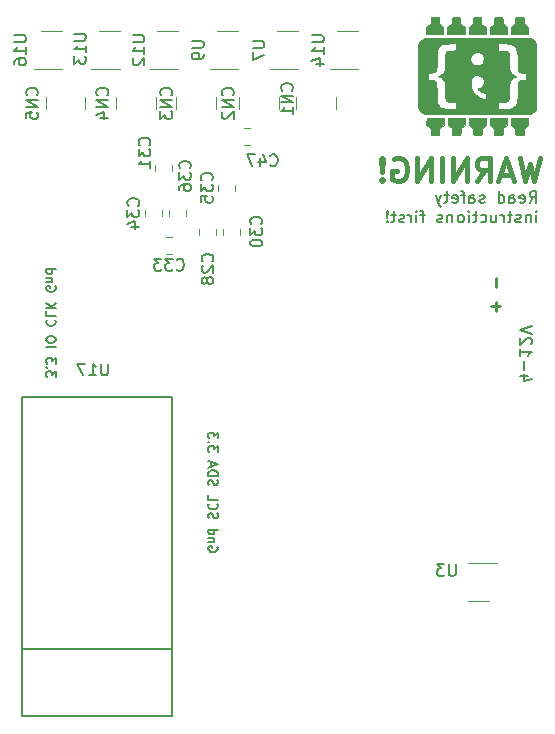
<source format=gbr>
%TF.GenerationSoftware,KiCad,Pcbnew,5.1.7-a382d34a8~88~ubuntu20.04.1*%
%TF.CreationDate,2021-01-11T19:53:58+01:00*%
%TF.ProjectId,BioElectricalSensor,42696f45-6c65-4637-9472-6963616c5365,rev?*%
%TF.SameCoordinates,Original*%
%TF.FileFunction,Legend,Bot*%
%TF.FilePolarity,Positive*%
%FSLAX46Y46*%
G04 Gerber Fmt 4.6, Leading zero omitted, Abs format (unit mm)*
G04 Created by KiCad (PCBNEW 5.1.7-a382d34a8~88~ubuntu20.04.1) date 2021-01-11 19:53:58*
%MOMM*%
%LPD*%
G01*
G04 APERTURE LIST*
%ADD10C,0.200000*%
%ADD11C,0.250000*%
%ADD12C,0.150000*%
%ADD13C,0.400000*%
%ADD14C,0.010000*%
%ADD15C,0.120000*%
G04 APERTURE END LIST*
D10*
X105560785Y-60737523D02*
X104894119Y-60737523D01*
X105941738Y-60975619D02*
X105227452Y-61213714D01*
X105227452Y-60594666D01*
X105275071Y-60213714D02*
X105275071Y-59451809D01*
X104894119Y-58451809D02*
X104894119Y-59023238D01*
X104894119Y-58737523D02*
X105894119Y-58737523D01*
X105751261Y-58832761D01*
X105656023Y-58928000D01*
X105608404Y-59023238D01*
X105798880Y-58070857D02*
X105846500Y-58023238D01*
X105894119Y-57928000D01*
X105894119Y-57689904D01*
X105846500Y-57594666D01*
X105798880Y-57547047D01*
X105703642Y-57499428D01*
X105608404Y-57499428D01*
X105465547Y-57547047D01*
X104894119Y-58118476D01*
X104894119Y-57499428D01*
X105894119Y-57213714D02*
X104894119Y-56880380D01*
X105894119Y-56547047D01*
D11*
X102862071Y-55228952D02*
X102862071Y-54467047D01*
X102481119Y-54848000D02*
X103243023Y-54848000D01*
X102862071Y-53228952D02*
X102862071Y-52467047D01*
D12*
X105709476Y-46109380D02*
X106042809Y-45633190D01*
X106280904Y-46109380D02*
X106280904Y-45109380D01*
X105899952Y-45109380D01*
X105804714Y-45157000D01*
X105757095Y-45204619D01*
X105709476Y-45299857D01*
X105709476Y-45442714D01*
X105757095Y-45537952D01*
X105804714Y-45585571D01*
X105899952Y-45633190D01*
X106280904Y-45633190D01*
X104899952Y-46061761D02*
X104995190Y-46109380D01*
X105185666Y-46109380D01*
X105280904Y-46061761D01*
X105328523Y-45966523D01*
X105328523Y-45585571D01*
X105280904Y-45490333D01*
X105185666Y-45442714D01*
X104995190Y-45442714D01*
X104899952Y-45490333D01*
X104852333Y-45585571D01*
X104852333Y-45680809D01*
X105328523Y-45776047D01*
X103995190Y-46109380D02*
X103995190Y-45585571D01*
X104042809Y-45490333D01*
X104138047Y-45442714D01*
X104328523Y-45442714D01*
X104423761Y-45490333D01*
X103995190Y-46061761D02*
X104090428Y-46109380D01*
X104328523Y-46109380D01*
X104423761Y-46061761D01*
X104471380Y-45966523D01*
X104471380Y-45871285D01*
X104423761Y-45776047D01*
X104328523Y-45728428D01*
X104090428Y-45728428D01*
X103995190Y-45680809D01*
X103090428Y-46109380D02*
X103090428Y-45109380D01*
X103090428Y-46061761D02*
X103185666Y-46109380D01*
X103376142Y-46109380D01*
X103471380Y-46061761D01*
X103519000Y-46014142D01*
X103566619Y-45918904D01*
X103566619Y-45633190D01*
X103519000Y-45537952D01*
X103471380Y-45490333D01*
X103376142Y-45442714D01*
X103185666Y-45442714D01*
X103090428Y-45490333D01*
X101899952Y-46061761D02*
X101804714Y-46109380D01*
X101614238Y-46109380D01*
X101519000Y-46061761D01*
X101471380Y-45966523D01*
X101471380Y-45918904D01*
X101519000Y-45823666D01*
X101614238Y-45776047D01*
X101757095Y-45776047D01*
X101852333Y-45728428D01*
X101899952Y-45633190D01*
X101899952Y-45585571D01*
X101852333Y-45490333D01*
X101757095Y-45442714D01*
X101614238Y-45442714D01*
X101519000Y-45490333D01*
X100614238Y-46109380D02*
X100614238Y-45585571D01*
X100661857Y-45490333D01*
X100757095Y-45442714D01*
X100947571Y-45442714D01*
X101042809Y-45490333D01*
X100614238Y-46061761D02*
X100709476Y-46109380D01*
X100947571Y-46109380D01*
X101042809Y-46061761D01*
X101090428Y-45966523D01*
X101090428Y-45871285D01*
X101042809Y-45776047D01*
X100947571Y-45728428D01*
X100709476Y-45728428D01*
X100614238Y-45680809D01*
X100280904Y-45442714D02*
X99899952Y-45442714D01*
X100138047Y-46109380D02*
X100138047Y-45252238D01*
X100090428Y-45157000D01*
X99995190Y-45109380D01*
X99899952Y-45109380D01*
X99185666Y-46061761D02*
X99280904Y-46109380D01*
X99471380Y-46109380D01*
X99566619Y-46061761D01*
X99614238Y-45966523D01*
X99614238Y-45585571D01*
X99566619Y-45490333D01*
X99471380Y-45442714D01*
X99280904Y-45442714D01*
X99185666Y-45490333D01*
X99138047Y-45585571D01*
X99138047Y-45680809D01*
X99614238Y-45776047D01*
X98852333Y-45442714D02*
X98471380Y-45442714D01*
X98709476Y-45109380D02*
X98709476Y-45966523D01*
X98661857Y-46061761D01*
X98566619Y-46109380D01*
X98471380Y-46109380D01*
X98233285Y-45442714D02*
X97995190Y-46109380D01*
X97757095Y-45442714D02*
X97995190Y-46109380D01*
X98090428Y-46347476D01*
X98138047Y-46395095D01*
X98233285Y-46442714D01*
X106280904Y-47759380D02*
X106280904Y-47092714D01*
X106280904Y-46759380D02*
X106328523Y-46807000D01*
X106280904Y-46854619D01*
X106233285Y-46807000D01*
X106280904Y-46759380D01*
X106280904Y-46854619D01*
X105804714Y-47092714D02*
X105804714Y-47759380D01*
X105804714Y-47187952D02*
X105757095Y-47140333D01*
X105661857Y-47092714D01*
X105519000Y-47092714D01*
X105423761Y-47140333D01*
X105376142Y-47235571D01*
X105376142Y-47759380D01*
X104947571Y-47711761D02*
X104852333Y-47759380D01*
X104661857Y-47759380D01*
X104566619Y-47711761D01*
X104519000Y-47616523D01*
X104519000Y-47568904D01*
X104566619Y-47473666D01*
X104661857Y-47426047D01*
X104804714Y-47426047D01*
X104899952Y-47378428D01*
X104947571Y-47283190D01*
X104947571Y-47235571D01*
X104899952Y-47140333D01*
X104804714Y-47092714D01*
X104661857Y-47092714D01*
X104566619Y-47140333D01*
X104233285Y-47092714D02*
X103852333Y-47092714D01*
X104090428Y-46759380D02*
X104090428Y-47616523D01*
X104042809Y-47711761D01*
X103947571Y-47759380D01*
X103852333Y-47759380D01*
X103519000Y-47759380D02*
X103519000Y-47092714D01*
X103519000Y-47283190D02*
X103471380Y-47187952D01*
X103423761Y-47140333D01*
X103328523Y-47092714D01*
X103233285Y-47092714D01*
X102471380Y-47092714D02*
X102471380Y-47759380D01*
X102899952Y-47092714D02*
X102899952Y-47616523D01*
X102852333Y-47711761D01*
X102757095Y-47759380D01*
X102614238Y-47759380D01*
X102519000Y-47711761D01*
X102471380Y-47664142D01*
X101566619Y-47711761D02*
X101661857Y-47759380D01*
X101852333Y-47759380D01*
X101947571Y-47711761D01*
X101995190Y-47664142D01*
X102042809Y-47568904D01*
X102042809Y-47283190D01*
X101995190Y-47187952D01*
X101947571Y-47140333D01*
X101852333Y-47092714D01*
X101661857Y-47092714D01*
X101566619Y-47140333D01*
X101280904Y-47092714D02*
X100899952Y-47092714D01*
X101138047Y-46759380D02*
X101138047Y-47616523D01*
X101090428Y-47711761D01*
X100995190Y-47759380D01*
X100899952Y-47759380D01*
X100566619Y-47759380D02*
X100566619Y-47092714D01*
X100566619Y-46759380D02*
X100614238Y-46807000D01*
X100566619Y-46854619D01*
X100519000Y-46807000D01*
X100566619Y-46759380D01*
X100566619Y-46854619D01*
X99947571Y-47759380D02*
X100042809Y-47711761D01*
X100090428Y-47664142D01*
X100138047Y-47568904D01*
X100138047Y-47283190D01*
X100090428Y-47187952D01*
X100042809Y-47140333D01*
X99947571Y-47092714D01*
X99804714Y-47092714D01*
X99709476Y-47140333D01*
X99661857Y-47187952D01*
X99614238Y-47283190D01*
X99614238Y-47568904D01*
X99661857Y-47664142D01*
X99709476Y-47711761D01*
X99804714Y-47759380D01*
X99947571Y-47759380D01*
X99185666Y-47092714D02*
X99185666Y-47759380D01*
X99185666Y-47187952D02*
X99138047Y-47140333D01*
X99042809Y-47092714D01*
X98899952Y-47092714D01*
X98804714Y-47140333D01*
X98757095Y-47235571D01*
X98757095Y-47759380D01*
X98328523Y-47711761D02*
X98233285Y-47759380D01*
X98042809Y-47759380D01*
X97947571Y-47711761D01*
X97899952Y-47616523D01*
X97899952Y-47568904D01*
X97947571Y-47473666D01*
X98042809Y-47426047D01*
X98185666Y-47426047D01*
X98280904Y-47378428D01*
X98328523Y-47283190D01*
X98328523Y-47235571D01*
X98280904Y-47140333D01*
X98185666Y-47092714D01*
X98042809Y-47092714D01*
X97947571Y-47140333D01*
X96852333Y-47092714D02*
X96471380Y-47092714D01*
X96709476Y-47759380D02*
X96709476Y-46902238D01*
X96661857Y-46807000D01*
X96566619Y-46759380D01*
X96471380Y-46759380D01*
X96138047Y-47759380D02*
X96138047Y-47092714D01*
X96138047Y-46759380D02*
X96185666Y-46807000D01*
X96138047Y-46854619D01*
X96090428Y-46807000D01*
X96138047Y-46759380D01*
X96138047Y-46854619D01*
X95661857Y-47759380D02*
X95661857Y-47092714D01*
X95661857Y-47283190D02*
X95614238Y-47187952D01*
X95566619Y-47140333D01*
X95471380Y-47092714D01*
X95376142Y-47092714D01*
X95090428Y-47711761D02*
X94995190Y-47759380D01*
X94804714Y-47759380D01*
X94709476Y-47711761D01*
X94661857Y-47616523D01*
X94661857Y-47568904D01*
X94709476Y-47473666D01*
X94804714Y-47426047D01*
X94947571Y-47426047D01*
X95042809Y-47378428D01*
X95090428Y-47283190D01*
X95090428Y-47235571D01*
X95042809Y-47140333D01*
X94947571Y-47092714D01*
X94804714Y-47092714D01*
X94709476Y-47140333D01*
X94376142Y-47092714D02*
X93995190Y-47092714D01*
X94233285Y-46759380D02*
X94233285Y-47616523D01*
X94185666Y-47711761D01*
X94090428Y-47759380D01*
X93995190Y-47759380D01*
X93661857Y-47664142D02*
X93614238Y-47711761D01*
X93661857Y-47759380D01*
X93709476Y-47711761D01*
X93661857Y-47664142D01*
X93661857Y-47759380D01*
X93661857Y-47378428D02*
X93709476Y-46807000D01*
X93661857Y-46759380D01*
X93614238Y-46807000D01*
X93661857Y-47378428D01*
X93661857Y-46759380D01*
D13*
X106583904Y-42275261D02*
X106107714Y-44275261D01*
X105726761Y-42846690D01*
X105345809Y-44275261D01*
X104869619Y-42275261D01*
X104202952Y-43703833D02*
X103250571Y-43703833D01*
X104393428Y-44275261D02*
X103726761Y-42275261D01*
X103060095Y-44275261D01*
X101250571Y-44275261D02*
X101917238Y-43322880D01*
X102393428Y-44275261D02*
X102393428Y-42275261D01*
X101631523Y-42275261D01*
X101441047Y-42370500D01*
X101345809Y-42465738D01*
X101250571Y-42656214D01*
X101250571Y-42941928D01*
X101345809Y-43132404D01*
X101441047Y-43227642D01*
X101631523Y-43322880D01*
X102393428Y-43322880D01*
X100393428Y-44275261D02*
X100393428Y-42275261D01*
X99250571Y-44275261D01*
X99250571Y-42275261D01*
X98298190Y-44275261D02*
X98298190Y-42275261D01*
X97345809Y-44275261D02*
X97345809Y-42275261D01*
X96202952Y-44275261D01*
X96202952Y-42275261D01*
X94202952Y-42370500D02*
X94393428Y-42275261D01*
X94679142Y-42275261D01*
X94964857Y-42370500D01*
X95155333Y-42560976D01*
X95250571Y-42751452D01*
X95345809Y-43132404D01*
X95345809Y-43418119D01*
X95250571Y-43799071D01*
X95155333Y-43989547D01*
X94964857Y-44180023D01*
X94679142Y-44275261D01*
X94488666Y-44275261D01*
X94202952Y-44180023D01*
X94107714Y-44084785D01*
X94107714Y-43418119D01*
X94488666Y-43418119D01*
X93250571Y-44084785D02*
X93155333Y-44180023D01*
X93250571Y-44275261D01*
X93345809Y-44180023D01*
X93250571Y-44084785D01*
X93250571Y-44275261D01*
X93250571Y-43513357D02*
X93345809Y-42370500D01*
X93250571Y-42275261D01*
X93155333Y-42370500D01*
X93250571Y-43513357D01*
X93250571Y-42275261D01*
D12*
X79267000Y-75221523D02*
X79305095Y-75297714D01*
X79305095Y-75412000D01*
X79267000Y-75526285D01*
X79190809Y-75602476D01*
X79114619Y-75640571D01*
X78962238Y-75678666D01*
X78847952Y-75678666D01*
X78695571Y-75640571D01*
X78619380Y-75602476D01*
X78543190Y-75526285D01*
X78505095Y-75412000D01*
X78505095Y-75335809D01*
X78543190Y-75221523D01*
X78581285Y-75183428D01*
X78847952Y-75183428D01*
X78847952Y-75335809D01*
X79038428Y-74840571D02*
X78505095Y-74840571D01*
X78962238Y-74840571D02*
X79000333Y-74802476D01*
X79038428Y-74726285D01*
X79038428Y-74612000D01*
X79000333Y-74535809D01*
X78924142Y-74497714D01*
X78505095Y-74497714D01*
X78505095Y-73773904D02*
X79305095Y-73773904D01*
X78543190Y-73773904D02*
X78505095Y-73850095D01*
X78505095Y-74002476D01*
X78543190Y-74078666D01*
X78581285Y-74116761D01*
X78657476Y-74154857D01*
X78886047Y-74154857D01*
X78962238Y-74116761D01*
X79000333Y-74078666D01*
X79038428Y-74002476D01*
X79038428Y-73850095D01*
X79000333Y-73773904D01*
X78543190Y-72821523D02*
X78505095Y-72707238D01*
X78505095Y-72516761D01*
X78543190Y-72440571D01*
X78581285Y-72402476D01*
X78657476Y-72364380D01*
X78733666Y-72364380D01*
X78809857Y-72402476D01*
X78847952Y-72440571D01*
X78886047Y-72516761D01*
X78924142Y-72669142D01*
X78962238Y-72745333D01*
X79000333Y-72783428D01*
X79076523Y-72821523D01*
X79152714Y-72821523D01*
X79228904Y-72783428D01*
X79267000Y-72745333D01*
X79305095Y-72669142D01*
X79305095Y-72478666D01*
X79267000Y-72364380D01*
X78581285Y-71564380D02*
X78543190Y-71602476D01*
X78505095Y-71716761D01*
X78505095Y-71792952D01*
X78543190Y-71907238D01*
X78619380Y-71983428D01*
X78695571Y-72021523D01*
X78847952Y-72059619D01*
X78962238Y-72059619D01*
X79114619Y-72021523D01*
X79190809Y-71983428D01*
X79267000Y-71907238D01*
X79305095Y-71792952D01*
X79305095Y-71716761D01*
X79267000Y-71602476D01*
X79228904Y-71564380D01*
X78505095Y-70840571D02*
X78505095Y-71221523D01*
X79305095Y-71221523D01*
X78543190Y-70002476D02*
X78505095Y-69888190D01*
X78505095Y-69697714D01*
X78543190Y-69621523D01*
X78581285Y-69583428D01*
X78657476Y-69545333D01*
X78733666Y-69545333D01*
X78809857Y-69583428D01*
X78847952Y-69621523D01*
X78886047Y-69697714D01*
X78924142Y-69850095D01*
X78962238Y-69926285D01*
X79000333Y-69964380D01*
X79076523Y-70002476D01*
X79152714Y-70002476D01*
X79228904Y-69964380D01*
X79267000Y-69926285D01*
X79305095Y-69850095D01*
X79305095Y-69659619D01*
X79267000Y-69545333D01*
X78505095Y-69202476D02*
X79305095Y-69202476D01*
X79305095Y-69012000D01*
X79267000Y-68897714D01*
X79190809Y-68821523D01*
X79114619Y-68783428D01*
X78962238Y-68745333D01*
X78847952Y-68745333D01*
X78695571Y-68783428D01*
X78619380Y-68821523D01*
X78543190Y-68897714D01*
X78505095Y-69012000D01*
X78505095Y-69202476D01*
X78733666Y-68440571D02*
X78733666Y-68059619D01*
X78505095Y-68516761D02*
X79305095Y-68250095D01*
X78505095Y-67983428D01*
X79305095Y-67183428D02*
X79305095Y-66688190D01*
X79000333Y-66954857D01*
X79000333Y-66840571D01*
X78962238Y-66764380D01*
X78924142Y-66726285D01*
X78847952Y-66688190D01*
X78657476Y-66688190D01*
X78581285Y-66726285D01*
X78543190Y-66764380D01*
X78505095Y-66840571D01*
X78505095Y-67069142D01*
X78543190Y-67145333D01*
X78581285Y-67183428D01*
X78581285Y-66345333D02*
X78543190Y-66307238D01*
X78505095Y-66345333D01*
X78543190Y-66383428D01*
X78581285Y-66345333D01*
X78505095Y-66345333D01*
X79305095Y-66040571D02*
X79305095Y-65545333D01*
X79000333Y-65812000D01*
X79000333Y-65697714D01*
X78962238Y-65621523D01*
X78924142Y-65583428D01*
X78847952Y-65545333D01*
X78657476Y-65545333D01*
X78581285Y-65583428D01*
X78543190Y-65621523D01*
X78505095Y-65697714D01*
X78505095Y-65926285D01*
X78543190Y-66002476D01*
X78581285Y-66040571D01*
X65589095Y-60870523D02*
X65589095Y-60375285D01*
X65284333Y-60641952D01*
X65284333Y-60527666D01*
X65246238Y-60451476D01*
X65208142Y-60413380D01*
X65131952Y-60375285D01*
X64941476Y-60375285D01*
X64865285Y-60413380D01*
X64827190Y-60451476D01*
X64789095Y-60527666D01*
X64789095Y-60756238D01*
X64827190Y-60832428D01*
X64865285Y-60870523D01*
X64865285Y-60032428D02*
X64827190Y-59994333D01*
X64789095Y-60032428D01*
X64827190Y-60070523D01*
X64865285Y-60032428D01*
X64789095Y-60032428D01*
X65589095Y-59727666D02*
X65589095Y-59232428D01*
X65284333Y-59499095D01*
X65284333Y-59384809D01*
X65246238Y-59308619D01*
X65208142Y-59270523D01*
X65131952Y-59232428D01*
X64941476Y-59232428D01*
X64865285Y-59270523D01*
X64827190Y-59308619D01*
X64789095Y-59384809D01*
X64789095Y-59613380D01*
X64827190Y-59689571D01*
X64865285Y-59727666D01*
X64789095Y-58280047D02*
X65589095Y-58280047D01*
X65589095Y-57746714D02*
X65589095Y-57594333D01*
X65551000Y-57518142D01*
X65474809Y-57441952D01*
X65322428Y-57403857D01*
X65055761Y-57403857D01*
X64903380Y-57441952D01*
X64827190Y-57518142D01*
X64789095Y-57594333D01*
X64789095Y-57746714D01*
X64827190Y-57822904D01*
X64903380Y-57899095D01*
X65055761Y-57937190D01*
X65322428Y-57937190D01*
X65474809Y-57899095D01*
X65551000Y-57822904D01*
X65589095Y-57746714D01*
X64865285Y-55994333D02*
X64827190Y-56032428D01*
X64789095Y-56146714D01*
X64789095Y-56222904D01*
X64827190Y-56337190D01*
X64903380Y-56413380D01*
X64979571Y-56451476D01*
X65131952Y-56489571D01*
X65246238Y-56489571D01*
X65398619Y-56451476D01*
X65474809Y-56413380D01*
X65551000Y-56337190D01*
X65589095Y-56222904D01*
X65589095Y-56146714D01*
X65551000Y-56032428D01*
X65512904Y-55994333D01*
X64789095Y-55270523D02*
X64789095Y-55651476D01*
X65589095Y-55651476D01*
X64789095Y-55003857D02*
X65589095Y-55003857D01*
X64789095Y-54546714D02*
X65246238Y-54889571D01*
X65589095Y-54546714D02*
X65131952Y-55003857D01*
X65551000Y-53175285D02*
X65589095Y-53251476D01*
X65589095Y-53365761D01*
X65551000Y-53480047D01*
X65474809Y-53556238D01*
X65398619Y-53594333D01*
X65246238Y-53632428D01*
X65131952Y-53632428D01*
X64979571Y-53594333D01*
X64903380Y-53556238D01*
X64827190Y-53480047D01*
X64789095Y-53365761D01*
X64789095Y-53289571D01*
X64827190Y-53175285D01*
X64865285Y-53137190D01*
X65131952Y-53137190D01*
X65131952Y-53289571D01*
X65322428Y-52794333D02*
X64789095Y-52794333D01*
X65246238Y-52794333D02*
X65284333Y-52756238D01*
X65322428Y-52680047D01*
X65322428Y-52565761D01*
X65284333Y-52489571D01*
X65208142Y-52451476D01*
X64789095Y-52451476D01*
X64789095Y-51727666D02*
X65589095Y-51727666D01*
X64827190Y-51727666D02*
X64789095Y-51803857D01*
X64789095Y-51956238D01*
X64827190Y-52032428D01*
X64865285Y-52070523D01*
X64941476Y-52108619D01*
X65170047Y-52108619D01*
X65246238Y-52070523D01*
X65284333Y-52032428D01*
X65322428Y-51956238D01*
X65322428Y-51803857D01*
X65284333Y-51727666D01*
D14*
%TO.C,LOGO2*%
G36*
X104154698Y-39223220D02*
G01*
X104154742Y-39521423D01*
X104329732Y-39658192D01*
X104504721Y-39794961D01*
X104505534Y-40044077D01*
X104506194Y-40159642D01*
X104510833Y-40244219D01*
X104524733Y-40302638D01*
X104553178Y-40339730D01*
X104601451Y-40360327D01*
X104674836Y-40369259D01*
X104778617Y-40371358D01*
X104863461Y-40371346D01*
X104981319Y-40370442D01*
X105066455Y-40367332D01*
X105125188Y-40361421D01*
X105163841Y-40352112D01*
X105185845Y-40340930D01*
X105203682Y-40326182D01*
X105215830Y-40306701D01*
X105223375Y-40275411D01*
X105227405Y-40225237D01*
X105229006Y-40149104D01*
X105229270Y-40058244D01*
X105229270Y-39805974D01*
X105415393Y-39656273D01*
X105601516Y-39506571D01*
X105596123Y-39220920D01*
X105590731Y-38935269D01*
X104872693Y-38930144D01*
X104154654Y-38925018D01*
X104154698Y-39223220D01*
G37*
X104154698Y-39223220D02*
X104154742Y-39521423D01*
X104329732Y-39658192D01*
X104504721Y-39794961D01*
X104505534Y-40044077D01*
X104506194Y-40159642D01*
X104510833Y-40244219D01*
X104524733Y-40302638D01*
X104553178Y-40339730D01*
X104601451Y-40360327D01*
X104674836Y-40369259D01*
X104778617Y-40371358D01*
X104863461Y-40371346D01*
X104981319Y-40370442D01*
X105066455Y-40367332D01*
X105125188Y-40361421D01*
X105163841Y-40352112D01*
X105185845Y-40340930D01*
X105203682Y-40326182D01*
X105215830Y-40306701D01*
X105223375Y-40275411D01*
X105227405Y-40225237D01*
X105229006Y-40149104D01*
X105229270Y-40058244D01*
X105229270Y-39805974D01*
X105415393Y-39656273D01*
X105601516Y-39506571D01*
X105596123Y-39220920D01*
X105590731Y-38935269D01*
X104872693Y-38930144D01*
X104154654Y-38925018D01*
X104154698Y-39223220D01*
G36*
X102357928Y-39223461D02*
G01*
X102358741Y-39521423D01*
X102533731Y-39658192D01*
X102708720Y-39794961D01*
X102708764Y-40031672D01*
X102709478Y-40134171D01*
X102712328Y-40205642D01*
X102718444Y-40254120D01*
X102728958Y-40287642D01*
X102744998Y-40314243D01*
X102749303Y-40319865D01*
X102789798Y-40371346D01*
X103370280Y-40371346D01*
X103410775Y-40319865D01*
X103428159Y-40293703D01*
X103439772Y-40262359D01*
X103446743Y-40217795D01*
X103450203Y-40151976D01*
X103451283Y-40056867D01*
X103451314Y-40031672D01*
X103451357Y-39794961D01*
X103801337Y-39521423D01*
X103802149Y-39223461D01*
X103802962Y-38925500D01*
X102357116Y-38925500D01*
X102357928Y-39223461D01*
G37*
X102357928Y-39223461D02*
X102358741Y-39521423D01*
X102533731Y-39658192D01*
X102708720Y-39794961D01*
X102708764Y-40031672D01*
X102709478Y-40134171D01*
X102712328Y-40205642D01*
X102718444Y-40254120D01*
X102728958Y-40287642D01*
X102744998Y-40314243D01*
X102749303Y-40319865D01*
X102789798Y-40371346D01*
X103370280Y-40371346D01*
X103410775Y-40319865D01*
X103428159Y-40293703D01*
X103439772Y-40262359D01*
X103446743Y-40217795D01*
X103450203Y-40151976D01*
X103451283Y-40056867D01*
X103451314Y-40031672D01*
X103451357Y-39794961D01*
X103801337Y-39521423D01*
X103802149Y-39223461D01*
X103802962Y-38925500D01*
X102357116Y-38925500D01*
X102357928Y-39223461D01*
G36*
X101287385Y-38930144D02*
G01*
X100569346Y-38935269D01*
X100558562Y-39506571D01*
X100744685Y-39656273D01*
X100930808Y-39805974D01*
X100930808Y-40058244D01*
X100930980Y-40168224D01*
X100934981Y-40248903D01*
X100948045Y-40304812D01*
X100975402Y-40340482D01*
X101022282Y-40360445D01*
X101093918Y-40369232D01*
X101195540Y-40371374D01*
X101292270Y-40371346D01*
X101409300Y-40370413D01*
X101493658Y-40367210D01*
X101551710Y-40361127D01*
X101589824Y-40351555D01*
X101610307Y-40340930D01*
X101628137Y-40326189D01*
X101640283Y-40306718D01*
X101647829Y-40275444D01*
X101651862Y-40225297D01*
X101653466Y-40149205D01*
X101653731Y-40058039D01*
X101653731Y-39805563D01*
X101829577Y-39664763D01*
X102005423Y-39523962D01*
X102005423Y-38925018D01*
X101287385Y-38930144D01*
G37*
X101287385Y-38930144D02*
X100569346Y-38935269D01*
X100558562Y-39506571D01*
X100744685Y-39656273D01*
X100930808Y-39805974D01*
X100930808Y-40058244D01*
X100930980Y-40168224D01*
X100934981Y-40248903D01*
X100948045Y-40304812D01*
X100975402Y-40340482D01*
X101022282Y-40360445D01*
X101093918Y-40369232D01*
X101195540Y-40371374D01*
X101292270Y-40371346D01*
X101409300Y-40370413D01*
X101493658Y-40367210D01*
X101551710Y-40361127D01*
X101589824Y-40351555D01*
X101610307Y-40340930D01*
X101628137Y-40326189D01*
X101640283Y-40306718D01*
X101647829Y-40275444D01*
X101651862Y-40225297D01*
X101653466Y-40149205D01*
X101653731Y-40058039D01*
X101653731Y-39805563D01*
X101829577Y-39664763D01*
X102005423Y-39523962D01*
X102005423Y-38925018D01*
X101287385Y-38930144D01*
G36*
X98782390Y-39223220D02*
G01*
X98783202Y-39521423D01*
X99133182Y-39794961D01*
X99133226Y-40044077D01*
X99133454Y-40158115D01*
X99137552Y-40242043D01*
X99150703Y-40300469D01*
X99178094Y-40338003D01*
X99224910Y-40359253D01*
X99296336Y-40368826D01*
X99397559Y-40371333D01*
X99501472Y-40371346D01*
X99614475Y-40370981D01*
X99695051Y-40369332D01*
X99749849Y-40365562D01*
X99785517Y-40358840D01*
X99808702Y-40348329D01*
X99826053Y-40333197D01*
X99828741Y-40330281D01*
X99844663Y-40307527D01*
X99855860Y-40275553D01*
X99863427Y-40227071D01*
X99868456Y-40154791D01*
X99872043Y-40051422D01*
X99872351Y-40039614D01*
X99878741Y-39790012D01*
X100228459Y-39509992D01*
X100223056Y-39222630D01*
X100217654Y-38935269D01*
X99499616Y-38930144D01*
X98781577Y-38925018D01*
X98782390Y-39223220D01*
G37*
X98782390Y-39223220D02*
X98783202Y-39521423D01*
X99133182Y-39794961D01*
X99133226Y-40044077D01*
X99133454Y-40158115D01*
X99137552Y-40242043D01*
X99150703Y-40300469D01*
X99178094Y-40338003D01*
X99224910Y-40359253D01*
X99296336Y-40368826D01*
X99397559Y-40371333D01*
X99501472Y-40371346D01*
X99614475Y-40370981D01*
X99695051Y-40369332D01*
X99749849Y-40365562D01*
X99785517Y-40358840D01*
X99808702Y-40348329D01*
X99826053Y-40333197D01*
X99828741Y-40330281D01*
X99844663Y-40307527D01*
X99855860Y-40275553D01*
X99863427Y-40227071D01*
X99868456Y-40154791D01*
X99872043Y-40051422D01*
X99872351Y-40039614D01*
X99878741Y-39790012D01*
X100228459Y-39509992D01*
X100223056Y-39222630D01*
X100217654Y-38935269D01*
X99499616Y-38930144D01*
X98781577Y-38925018D01*
X98782390Y-39223220D01*
G36*
X97711846Y-38930144D02*
G01*
X96993808Y-38935269D01*
X96983006Y-39509579D01*
X97169138Y-39659287D01*
X97355270Y-39808996D01*
X97355270Y-40059755D01*
X97355424Y-40168646D01*
X97359353Y-40248697D01*
X97372257Y-40304336D01*
X97399334Y-40339993D01*
X97445786Y-40360098D01*
X97516811Y-40369078D01*
X97617609Y-40371362D01*
X97721079Y-40371346D01*
X97832278Y-40370886D01*
X97911250Y-40368947D01*
X97964841Y-40364687D01*
X97999894Y-40357265D01*
X98023255Y-40345840D01*
X98039116Y-40332269D01*
X98055462Y-40312155D01*
X98066581Y-40285508D01*
X98073491Y-40244972D01*
X98077211Y-40183194D01*
X98078757Y-40092818D01*
X98079005Y-40044077D01*
X98079818Y-39794961D01*
X98254807Y-39658192D01*
X98429797Y-39521423D01*
X98429841Y-39223220D01*
X98429885Y-38925018D01*
X97711846Y-38930144D01*
G37*
X97711846Y-38930144D02*
X96993808Y-38935269D01*
X96983006Y-39509579D01*
X97169138Y-39659287D01*
X97355270Y-39808996D01*
X97355270Y-40059755D01*
X97355424Y-40168646D01*
X97359353Y-40248697D01*
X97372257Y-40304336D01*
X97399334Y-40339993D01*
X97445786Y-40360098D01*
X97516811Y-40369078D01*
X97617609Y-40371362D01*
X97721079Y-40371346D01*
X97832278Y-40370886D01*
X97911250Y-40368947D01*
X97964841Y-40364687D01*
X97999894Y-40357265D01*
X98023255Y-40345840D01*
X98039116Y-40332269D01*
X98055462Y-40312155D01*
X98066581Y-40285508D01*
X98073491Y-40244972D01*
X98077211Y-40183194D01*
X98078757Y-40092818D01*
X98079005Y-40044077D01*
X98079818Y-39794961D01*
X98254807Y-39658192D01*
X98429797Y-39521423D01*
X98429841Y-39223220D01*
X98429885Y-38925018D01*
X97711846Y-38930144D01*
G36*
X100894349Y-32124734D02*
G01*
X100533803Y-32124962D01*
X100177766Y-32125336D01*
X99828420Y-32125856D01*
X99487942Y-32126520D01*
X99158513Y-32127331D01*
X98842311Y-32128287D01*
X98541516Y-32129388D01*
X98258308Y-32130635D01*
X97994865Y-32132028D01*
X97753368Y-32133565D01*
X97535995Y-32135249D01*
X97344926Y-32137078D01*
X97182339Y-32139052D01*
X97050416Y-32141172D01*
X96951334Y-32143438D01*
X96887273Y-32145849D01*
X96861841Y-32148041D01*
X96707727Y-32197983D01*
X96568534Y-32280327D01*
X96450280Y-32389993D01*
X96358979Y-32521899D01*
X96321548Y-32604435D01*
X96280112Y-32715185D01*
X96285268Y-35395381D01*
X96290423Y-38075577D01*
X96341719Y-38183038D01*
X96431571Y-38328033D01*
X96548318Y-38445508D01*
X96688975Y-38533124D01*
X96850555Y-38588543D01*
X96862885Y-38591222D01*
X96895142Y-38593879D01*
X96964210Y-38596359D01*
X97067920Y-38598663D01*
X97204103Y-38600792D01*
X97370591Y-38602747D01*
X97565215Y-38604531D01*
X97785806Y-38606144D01*
X98030195Y-38607588D01*
X98296214Y-38608865D01*
X98581693Y-38609976D01*
X98884463Y-38610922D01*
X99202357Y-38611705D01*
X99533205Y-38612326D01*
X99874838Y-38612787D01*
X100225088Y-38613089D01*
X100581786Y-38613233D01*
X100942762Y-38613222D01*
X101305849Y-38613056D01*
X101668877Y-38612737D01*
X102029678Y-38612266D01*
X102386082Y-38611645D01*
X102735921Y-38610876D01*
X103077026Y-38609959D01*
X103407229Y-38608896D01*
X103724360Y-38607689D01*
X104026251Y-38606339D01*
X104310733Y-38604847D01*
X104575637Y-38603215D01*
X104818794Y-38601445D01*
X105038035Y-38599537D01*
X105231193Y-38597494D01*
X105396097Y-38595316D01*
X105530579Y-38593006D01*
X105632471Y-38590564D01*
X105699603Y-38587992D01*
X105729701Y-38585317D01*
X105882725Y-38529131D01*
X106019223Y-38441345D01*
X106133311Y-38327114D01*
X106219108Y-38191593D01*
X106243181Y-38135289D01*
X106248999Y-38119395D01*
X106254241Y-38103062D01*
X106258938Y-38084273D01*
X106263118Y-38061014D01*
X106266813Y-38031269D01*
X106270053Y-37993023D01*
X106272866Y-37944260D01*
X106275284Y-37882964D01*
X106277336Y-37807121D01*
X106279052Y-37714715D01*
X106280462Y-37603731D01*
X106281597Y-37472153D01*
X106282486Y-37317965D01*
X106283159Y-37139152D01*
X106283646Y-36933699D01*
X106283978Y-36699591D01*
X106284184Y-36434811D01*
X106284294Y-36137345D01*
X106284338Y-35805177D01*
X106284346Y-35436291D01*
X106284346Y-35369500D01*
X106284343Y-35079610D01*
X105424654Y-35079610D01*
X105424654Y-35678928D01*
X105181778Y-35685406D01*
X105063931Y-35690272D01*
X104977180Y-35699624D01*
X104913570Y-35716478D01*
X104865148Y-35743852D01*
X104823961Y-35784761D01*
X104786796Y-35835217D01*
X104764491Y-35874623D01*
X104746263Y-35923602D01*
X104731745Y-35986092D01*
X104720567Y-36066030D01*
X104712361Y-36167353D01*
X104706760Y-36293998D01*
X104703394Y-36449903D01*
X104701895Y-36639004D01*
X104701731Y-36744501D01*
X104701278Y-36930690D01*
X104699784Y-37082670D01*
X104697051Y-37205297D01*
X104692877Y-37303432D01*
X104687062Y-37381930D01*
X104679407Y-37445651D01*
X104670862Y-37493976D01*
X104621372Y-37668803D01*
X104550160Y-37813672D01*
X104455141Y-37930309D01*
X104334231Y-38020436D01*
X104185344Y-38085775D01*
X104006398Y-38128050D01*
X103885783Y-38142879D01*
X103807097Y-38148194D01*
X103700358Y-38153045D01*
X103576592Y-38157052D01*
X103446821Y-38159834D01*
X103368231Y-38160775D01*
X103021423Y-38163500D01*
X103021423Y-37557807D01*
X103329154Y-37557341D01*
X103488538Y-37555315D01*
X103614183Y-37548689D01*
X103711315Y-37535837D01*
X103785159Y-37515133D01*
X103840940Y-37484947D01*
X103883884Y-37443654D01*
X103919216Y-37389627D01*
X103929220Y-37370476D01*
X103939909Y-37346392D01*
X103948616Y-37318181D01*
X103955659Y-37281397D01*
X103961359Y-37231597D01*
X103966034Y-37164334D01*
X103970004Y-37075164D01*
X103973588Y-36959643D01*
X103976606Y-36834086D01*
X102116509Y-36834086D01*
X102067269Y-37084984D01*
X102018030Y-37335881D01*
X101914333Y-37319620D01*
X101843183Y-37305267D01*
X101753691Y-37282825D01*
X101664445Y-37256980D01*
X101658915Y-37255237D01*
X101480956Y-37185257D01*
X101319134Y-37091360D01*
X101163910Y-36967578D01*
X101096407Y-36903269D01*
X100950732Y-36735595D01*
X100841508Y-36557973D01*
X100767426Y-36367020D01*
X100727178Y-36159352D01*
X100719456Y-35931585D01*
X100719565Y-35928471D01*
X100730411Y-35782160D01*
X100753136Y-35665495D01*
X100790513Y-35570123D01*
X100845312Y-35487688D01*
X100878078Y-35450826D01*
X100982480Y-35368744D01*
X101105311Y-35315884D01*
X101238805Y-35292473D01*
X101375191Y-35298738D01*
X101506702Y-35334907D01*
X101625569Y-35401208D01*
X101658682Y-35427956D01*
X101746440Y-35520758D01*
X101802843Y-35620954D01*
X101831875Y-35737875D01*
X101838077Y-35848192D01*
X101835329Y-35937641D01*
X101825749Y-36003691D01*
X101806167Y-36061847D01*
X101785619Y-36104602D01*
X101718976Y-36204425D01*
X101633231Y-36290471D01*
X101536971Y-36356485D01*
X101438787Y-36396215D01*
X101373041Y-36405038D01*
X101345366Y-36417130D01*
X101348307Y-36453297D01*
X101381828Y-36513380D01*
X101404616Y-36545173D01*
X101484467Y-36623815D01*
X101595629Y-36692784D01*
X101730793Y-36748363D01*
X101878423Y-36786062D01*
X101957354Y-36800944D01*
X102025438Y-36814191D01*
X102070222Y-36823371D01*
X102075620Y-36824582D01*
X102116509Y-36834086D01*
X103976606Y-36834086D01*
X103977106Y-36813326D01*
X103980330Y-36659038D01*
X103984322Y-36475871D01*
X103988360Y-36327278D01*
X103992728Y-36208754D01*
X103997712Y-36115796D01*
X104003595Y-36043902D01*
X104010661Y-35988568D01*
X104019194Y-35945291D01*
X104027189Y-35916577D01*
X104074763Y-35787951D01*
X104128669Y-35687504D01*
X104194936Y-35604338D01*
X104206442Y-35592552D01*
X104263513Y-35545656D01*
X104338208Y-35497787D01*
X104418922Y-35455001D01*
X104494050Y-35423354D01*
X104551989Y-35408904D01*
X104558924Y-35408592D01*
X104601262Y-35403364D01*
X104608085Y-35389505D01*
X104581286Y-35369684D01*
X104522759Y-35346573D01*
X104512731Y-35343409D01*
X104357421Y-35277739D01*
X104229313Y-35184361D01*
X104127560Y-35062421D01*
X104051311Y-34911066D01*
X104034101Y-34862328D01*
X104022476Y-34823590D01*
X104013026Y-34783248D01*
X104005410Y-34736468D01*
X103999285Y-34678419D01*
X103994307Y-34604269D01*
X103990134Y-34509186D01*
X103986424Y-34388338D01*
X103982834Y-34236892D01*
X103979997Y-34099500D01*
X103976937Y-33955453D01*
X101832937Y-33955453D01*
X101804349Y-34099224D01*
X101744404Y-34225048D01*
X101655187Y-34329319D01*
X101538781Y-34408433D01*
X101454960Y-34442914D01*
X101356270Y-34461425D01*
X101240351Y-34462661D01*
X101124508Y-34447635D01*
X101027193Y-34417871D01*
X100903644Y-34344539D01*
X100805976Y-34247277D01*
X100753712Y-34162770D01*
X100726363Y-34078611D01*
X100710597Y-33973212D01*
X100706844Y-33860850D01*
X100715533Y-33755798D01*
X100737093Y-33672330D01*
X100738844Y-33668233D01*
X100810638Y-33551456D01*
X100909551Y-33457545D01*
X101029183Y-33389270D01*
X101163139Y-33349402D01*
X101305021Y-33340712D01*
X101441466Y-33363899D01*
X101577456Y-33421499D01*
X101687435Y-33506120D01*
X101768608Y-33614630D01*
X101818179Y-33743895D01*
X101828086Y-33797341D01*
X101832937Y-33955453D01*
X103976937Y-33955453D01*
X103976017Y-33912203D01*
X103971862Y-33759729D01*
X103966901Y-33637825D01*
X103960503Y-33542239D01*
X103952037Y-33468719D01*
X103940872Y-33413013D01*
X103926377Y-33370868D01*
X103907920Y-33338033D01*
X103884871Y-33310256D01*
X103859211Y-33285642D01*
X103818172Y-33255899D01*
X103765928Y-33233615D01*
X103696887Y-33217878D01*
X103605461Y-33207777D01*
X103486058Y-33202401D01*
X103338923Y-33200839D01*
X103021423Y-33200730D01*
X103021423Y-33197004D01*
X99524039Y-33197004D01*
X99167462Y-33204167D01*
X99034083Y-33207453D01*
X98933737Y-33211603D01*
X98860382Y-33217213D01*
X98807974Y-33224876D01*
X98770471Y-33235189D01*
X98747569Y-33245514D01*
X98701504Y-33275275D01*
X98663796Y-33312615D01*
X98633650Y-33361429D01*
X98610271Y-33425610D01*
X98592865Y-33509053D01*
X98580638Y-33615652D01*
X98572795Y-33749300D01*
X98568540Y-33913891D01*
X98567081Y-34113320D01*
X98567061Y-34130104D01*
X98566174Y-34316407D01*
X98563425Y-34469040D01*
X98558189Y-34593392D01*
X98549842Y-34694848D01*
X98537761Y-34778798D01*
X98521320Y-34850629D01*
X98499895Y-34915728D01*
X98472863Y-34979483D01*
X98467270Y-34991409D01*
X98387470Y-35115696D01*
X98278910Y-35219605D01*
X98149104Y-35297281D01*
X98019577Y-35340082D01*
X97960219Y-35354843D01*
X97938101Y-35368207D01*
X97953492Y-35383251D01*
X98006665Y-35403053D01*
X98025654Y-35409033D01*
X98187301Y-35475466D01*
X98318856Y-35565975D01*
X98422014Y-35681909D01*
X98470296Y-35762884D01*
X98497510Y-35822797D01*
X98519267Y-35887756D01*
X98536132Y-35962760D01*
X98548666Y-36052813D01*
X98557432Y-36162914D01*
X98562994Y-36298066D01*
X98565912Y-36463269D01*
X98566722Y-36619961D01*
X98568098Y-36823289D01*
X98572109Y-36991447D01*
X98579535Y-37128298D01*
X98591161Y-37237704D01*
X98607769Y-37323530D01*
X98630140Y-37389637D01*
X98659059Y-37439889D01*
X98695307Y-37478148D01*
X98739668Y-37508278D01*
X98747569Y-37512602D01*
X98778212Y-37525342D01*
X98819893Y-37535040D01*
X98878590Y-37542288D01*
X98960279Y-37547679D01*
X99070937Y-37551805D01*
X99167462Y-37554227D01*
X99524039Y-37562092D01*
X99524039Y-38163500D01*
X99206539Y-38162996D01*
X99079488Y-38161544D01*
X98947754Y-38157903D01*
X98824389Y-38152567D01*
X98722443Y-38146032D01*
X98694045Y-38143535D01*
X98513562Y-38118587D01*
X98364340Y-38080653D01*
X98240008Y-38027279D01*
X98134198Y-37956010D01*
X98080491Y-37907201D01*
X98030915Y-37855105D01*
X97989290Y-37803806D01*
X97954855Y-37749366D01*
X97926845Y-37687849D01*
X97904499Y-37615317D01*
X97887054Y-37527833D01*
X97873747Y-37421459D01*
X97863815Y-37292259D01*
X97856495Y-37136294D01*
X97851024Y-36949628D01*
X97846639Y-36728324D01*
X97846121Y-36697517D01*
X97833962Y-35964226D01*
X97784587Y-35867132D01*
X97741157Y-35796731D01*
X97688950Y-35745872D01*
X97621387Y-35711809D01*
X97531890Y-35691797D01*
X97413881Y-35683088D01*
X97341360Y-35682115D01*
X97120808Y-35682115D01*
X97120808Y-35076423D01*
X97341360Y-35076423D01*
X97476578Y-35072380D01*
X97579897Y-35058434D01*
X97657833Y-35031861D01*
X97716898Y-34989936D01*
X97763608Y-34929935D01*
X97785116Y-34890807D01*
X97797606Y-34865206D01*
X97807829Y-34840541D01*
X97816085Y-34812671D01*
X97822678Y-34777453D01*
X97827908Y-34730746D01*
X97832079Y-34668408D01*
X97835492Y-34586297D01*
X97838449Y-34480271D01*
X97841252Y-34346188D01*
X97844203Y-34179906D01*
X97846376Y-34050654D01*
X97850121Y-33843282D01*
X97854114Y-33670662D01*
X97858837Y-33528464D01*
X97864773Y-33412365D01*
X97872403Y-33318037D01*
X97882211Y-33241154D01*
X97894677Y-33177390D01*
X97910285Y-33122420D01*
X97929516Y-33071915D01*
X97952853Y-33021552D01*
X97963437Y-33000494D01*
X98029537Y-32903213D01*
X98121630Y-32811217D01*
X98227213Y-32736504D01*
X98252997Y-32722566D01*
X98322707Y-32690053D01*
X98393175Y-32664176D01*
X98470279Y-32644047D01*
X98559902Y-32628778D01*
X98667924Y-32617480D01*
X98800224Y-32609267D01*
X98962685Y-32603250D01*
X99060000Y-32600718D01*
X99524039Y-32589845D01*
X99524039Y-33197004D01*
X103021423Y-33197004D01*
X103021423Y-32589609D01*
X103495231Y-32600817D01*
X103677510Y-32606119D01*
X103826410Y-32613080D01*
X103947622Y-32622537D01*
X104046834Y-32635328D01*
X104129736Y-32652290D01*
X104202018Y-32674260D01*
X104269370Y-32702076D01*
X104306452Y-32720211D01*
X104424354Y-32801637D01*
X104525505Y-32914080D01*
X104606114Y-33051691D01*
X104662391Y-33208622D01*
X104681183Y-33298423D01*
X104686267Y-33349852D01*
X104690912Y-33434325D01*
X104694952Y-33545809D01*
X104698218Y-33678272D01*
X104700542Y-33825682D01*
X104701755Y-33982005D01*
X104701889Y-34040884D01*
X104702661Y-34248407D01*
X104705143Y-34420872D01*
X104710078Y-34562288D01*
X104718212Y-34676662D01*
X104730289Y-34768001D01*
X104747054Y-34840314D01*
X104769252Y-34897607D01*
X104797627Y-34943889D01*
X104832924Y-34983168D01*
X104875888Y-35019450D01*
X104885024Y-35026369D01*
X104913257Y-35043809D01*
X104948371Y-35055936D01*
X104998292Y-35063999D01*
X105070949Y-35069247D01*
X105174268Y-35072929D01*
X105181778Y-35073132D01*
X105424654Y-35079610D01*
X106284343Y-35079610D01*
X106284341Y-34994144D01*
X106284305Y-34655850D01*
X106284209Y-34352602D01*
X106284021Y-34082385D01*
X106283713Y-33843183D01*
X106283255Y-33632981D01*
X106282615Y-33449763D01*
X106281765Y-33291514D01*
X106280675Y-33156218D01*
X106279314Y-33041860D01*
X106277652Y-32946425D01*
X106275659Y-32867897D01*
X106273306Y-32804261D01*
X106270562Y-32753501D01*
X106267398Y-32713602D01*
X106263783Y-32682549D01*
X106259687Y-32658325D01*
X106255081Y-32638916D01*
X106249934Y-32622306D01*
X106244216Y-32606479D01*
X106243181Y-32603710D01*
X106169983Y-32461972D01*
X106066386Y-32339389D01*
X105938467Y-32241086D01*
X105792297Y-32172188D01*
X105703160Y-32148041D01*
X105670993Y-32145505D01*
X105601930Y-32143114D01*
X105498148Y-32140869D01*
X105361828Y-32138769D01*
X105195149Y-32136815D01*
X105000290Y-32135006D01*
X104779430Y-32133343D01*
X104534749Y-32131825D01*
X104268426Y-32130453D01*
X103982640Y-32129226D01*
X103679571Y-32128145D01*
X103361399Y-32127209D01*
X103030302Y-32126419D01*
X102688460Y-32125775D01*
X102338052Y-32125275D01*
X101981258Y-32124922D01*
X101620256Y-32124714D01*
X101257227Y-32124651D01*
X100894349Y-32124734D01*
G37*
X100894349Y-32124734D02*
X100533803Y-32124962D01*
X100177766Y-32125336D01*
X99828420Y-32125856D01*
X99487942Y-32126520D01*
X99158513Y-32127331D01*
X98842311Y-32128287D01*
X98541516Y-32129388D01*
X98258308Y-32130635D01*
X97994865Y-32132028D01*
X97753368Y-32133565D01*
X97535995Y-32135249D01*
X97344926Y-32137078D01*
X97182339Y-32139052D01*
X97050416Y-32141172D01*
X96951334Y-32143438D01*
X96887273Y-32145849D01*
X96861841Y-32148041D01*
X96707727Y-32197983D01*
X96568534Y-32280327D01*
X96450280Y-32389993D01*
X96358979Y-32521899D01*
X96321548Y-32604435D01*
X96280112Y-32715185D01*
X96285268Y-35395381D01*
X96290423Y-38075577D01*
X96341719Y-38183038D01*
X96431571Y-38328033D01*
X96548318Y-38445508D01*
X96688975Y-38533124D01*
X96850555Y-38588543D01*
X96862885Y-38591222D01*
X96895142Y-38593879D01*
X96964210Y-38596359D01*
X97067920Y-38598663D01*
X97204103Y-38600792D01*
X97370591Y-38602747D01*
X97565215Y-38604531D01*
X97785806Y-38606144D01*
X98030195Y-38607588D01*
X98296214Y-38608865D01*
X98581693Y-38609976D01*
X98884463Y-38610922D01*
X99202357Y-38611705D01*
X99533205Y-38612326D01*
X99874838Y-38612787D01*
X100225088Y-38613089D01*
X100581786Y-38613233D01*
X100942762Y-38613222D01*
X101305849Y-38613056D01*
X101668877Y-38612737D01*
X102029678Y-38612266D01*
X102386082Y-38611645D01*
X102735921Y-38610876D01*
X103077026Y-38609959D01*
X103407229Y-38608896D01*
X103724360Y-38607689D01*
X104026251Y-38606339D01*
X104310733Y-38604847D01*
X104575637Y-38603215D01*
X104818794Y-38601445D01*
X105038035Y-38599537D01*
X105231193Y-38597494D01*
X105396097Y-38595316D01*
X105530579Y-38593006D01*
X105632471Y-38590564D01*
X105699603Y-38587992D01*
X105729701Y-38585317D01*
X105882725Y-38529131D01*
X106019223Y-38441345D01*
X106133311Y-38327114D01*
X106219108Y-38191593D01*
X106243181Y-38135289D01*
X106248999Y-38119395D01*
X106254241Y-38103062D01*
X106258938Y-38084273D01*
X106263118Y-38061014D01*
X106266813Y-38031269D01*
X106270053Y-37993023D01*
X106272866Y-37944260D01*
X106275284Y-37882964D01*
X106277336Y-37807121D01*
X106279052Y-37714715D01*
X106280462Y-37603731D01*
X106281597Y-37472153D01*
X106282486Y-37317965D01*
X106283159Y-37139152D01*
X106283646Y-36933699D01*
X106283978Y-36699591D01*
X106284184Y-36434811D01*
X106284294Y-36137345D01*
X106284338Y-35805177D01*
X106284346Y-35436291D01*
X106284346Y-35369500D01*
X106284343Y-35079610D01*
X105424654Y-35079610D01*
X105424654Y-35678928D01*
X105181778Y-35685406D01*
X105063931Y-35690272D01*
X104977180Y-35699624D01*
X104913570Y-35716478D01*
X104865148Y-35743852D01*
X104823961Y-35784761D01*
X104786796Y-35835217D01*
X104764491Y-35874623D01*
X104746263Y-35923602D01*
X104731745Y-35986092D01*
X104720567Y-36066030D01*
X104712361Y-36167353D01*
X104706760Y-36293998D01*
X104703394Y-36449903D01*
X104701895Y-36639004D01*
X104701731Y-36744501D01*
X104701278Y-36930690D01*
X104699784Y-37082670D01*
X104697051Y-37205297D01*
X104692877Y-37303432D01*
X104687062Y-37381930D01*
X104679407Y-37445651D01*
X104670862Y-37493976D01*
X104621372Y-37668803D01*
X104550160Y-37813672D01*
X104455141Y-37930309D01*
X104334231Y-38020436D01*
X104185344Y-38085775D01*
X104006398Y-38128050D01*
X103885783Y-38142879D01*
X103807097Y-38148194D01*
X103700358Y-38153045D01*
X103576592Y-38157052D01*
X103446821Y-38159834D01*
X103368231Y-38160775D01*
X103021423Y-38163500D01*
X103021423Y-37557807D01*
X103329154Y-37557341D01*
X103488538Y-37555315D01*
X103614183Y-37548689D01*
X103711315Y-37535837D01*
X103785159Y-37515133D01*
X103840940Y-37484947D01*
X103883884Y-37443654D01*
X103919216Y-37389627D01*
X103929220Y-37370476D01*
X103939909Y-37346392D01*
X103948616Y-37318181D01*
X103955659Y-37281397D01*
X103961359Y-37231597D01*
X103966034Y-37164334D01*
X103970004Y-37075164D01*
X103973588Y-36959643D01*
X103976606Y-36834086D01*
X102116509Y-36834086D01*
X102067269Y-37084984D01*
X102018030Y-37335881D01*
X101914333Y-37319620D01*
X101843183Y-37305267D01*
X101753691Y-37282825D01*
X101664445Y-37256980D01*
X101658915Y-37255237D01*
X101480956Y-37185257D01*
X101319134Y-37091360D01*
X101163910Y-36967578D01*
X101096407Y-36903269D01*
X100950732Y-36735595D01*
X100841508Y-36557973D01*
X100767426Y-36367020D01*
X100727178Y-36159352D01*
X100719456Y-35931585D01*
X100719565Y-35928471D01*
X100730411Y-35782160D01*
X100753136Y-35665495D01*
X100790513Y-35570123D01*
X100845312Y-35487688D01*
X100878078Y-35450826D01*
X100982480Y-35368744D01*
X101105311Y-35315884D01*
X101238805Y-35292473D01*
X101375191Y-35298738D01*
X101506702Y-35334907D01*
X101625569Y-35401208D01*
X101658682Y-35427956D01*
X101746440Y-35520758D01*
X101802843Y-35620954D01*
X101831875Y-35737875D01*
X101838077Y-35848192D01*
X101835329Y-35937641D01*
X101825749Y-36003691D01*
X101806167Y-36061847D01*
X101785619Y-36104602D01*
X101718976Y-36204425D01*
X101633231Y-36290471D01*
X101536971Y-36356485D01*
X101438787Y-36396215D01*
X101373041Y-36405038D01*
X101345366Y-36417130D01*
X101348307Y-36453297D01*
X101381828Y-36513380D01*
X101404616Y-36545173D01*
X101484467Y-36623815D01*
X101595629Y-36692784D01*
X101730793Y-36748363D01*
X101878423Y-36786062D01*
X101957354Y-36800944D01*
X102025438Y-36814191D01*
X102070222Y-36823371D01*
X102075620Y-36824582D01*
X102116509Y-36834086D01*
X103976606Y-36834086D01*
X103977106Y-36813326D01*
X103980330Y-36659038D01*
X103984322Y-36475871D01*
X103988360Y-36327278D01*
X103992728Y-36208754D01*
X103997712Y-36115796D01*
X104003595Y-36043902D01*
X104010661Y-35988568D01*
X104019194Y-35945291D01*
X104027189Y-35916577D01*
X104074763Y-35787951D01*
X104128669Y-35687504D01*
X104194936Y-35604338D01*
X104206442Y-35592552D01*
X104263513Y-35545656D01*
X104338208Y-35497787D01*
X104418922Y-35455001D01*
X104494050Y-35423354D01*
X104551989Y-35408904D01*
X104558924Y-35408592D01*
X104601262Y-35403364D01*
X104608085Y-35389505D01*
X104581286Y-35369684D01*
X104522759Y-35346573D01*
X104512731Y-35343409D01*
X104357421Y-35277739D01*
X104229313Y-35184361D01*
X104127560Y-35062421D01*
X104051311Y-34911066D01*
X104034101Y-34862328D01*
X104022476Y-34823590D01*
X104013026Y-34783248D01*
X104005410Y-34736468D01*
X103999285Y-34678419D01*
X103994307Y-34604269D01*
X103990134Y-34509186D01*
X103986424Y-34388338D01*
X103982834Y-34236892D01*
X103979997Y-34099500D01*
X103976937Y-33955453D01*
X101832937Y-33955453D01*
X101804349Y-34099224D01*
X101744404Y-34225048D01*
X101655187Y-34329319D01*
X101538781Y-34408433D01*
X101454960Y-34442914D01*
X101356270Y-34461425D01*
X101240351Y-34462661D01*
X101124508Y-34447635D01*
X101027193Y-34417871D01*
X100903644Y-34344539D01*
X100805976Y-34247277D01*
X100753712Y-34162770D01*
X100726363Y-34078611D01*
X100710597Y-33973212D01*
X100706844Y-33860850D01*
X100715533Y-33755798D01*
X100737093Y-33672330D01*
X100738844Y-33668233D01*
X100810638Y-33551456D01*
X100909551Y-33457545D01*
X101029183Y-33389270D01*
X101163139Y-33349402D01*
X101305021Y-33340712D01*
X101441466Y-33363899D01*
X101577456Y-33421499D01*
X101687435Y-33506120D01*
X101768608Y-33614630D01*
X101818179Y-33743895D01*
X101828086Y-33797341D01*
X101832937Y-33955453D01*
X103976937Y-33955453D01*
X103976017Y-33912203D01*
X103971862Y-33759729D01*
X103966901Y-33637825D01*
X103960503Y-33542239D01*
X103952037Y-33468719D01*
X103940872Y-33413013D01*
X103926377Y-33370868D01*
X103907920Y-33338033D01*
X103884871Y-33310256D01*
X103859211Y-33285642D01*
X103818172Y-33255899D01*
X103765928Y-33233615D01*
X103696887Y-33217878D01*
X103605461Y-33207777D01*
X103486058Y-33202401D01*
X103338923Y-33200839D01*
X103021423Y-33200730D01*
X103021423Y-33197004D01*
X99524039Y-33197004D01*
X99167462Y-33204167D01*
X99034083Y-33207453D01*
X98933737Y-33211603D01*
X98860382Y-33217213D01*
X98807974Y-33224876D01*
X98770471Y-33235189D01*
X98747569Y-33245514D01*
X98701504Y-33275275D01*
X98663796Y-33312615D01*
X98633650Y-33361429D01*
X98610271Y-33425610D01*
X98592865Y-33509053D01*
X98580638Y-33615652D01*
X98572795Y-33749300D01*
X98568540Y-33913891D01*
X98567081Y-34113320D01*
X98567061Y-34130104D01*
X98566174Y-34316407D01*
X98563425Y-34469040D01*
X98558189Y-34593392D01*
X98549842Y-34694848D01*
X98537761Y-34778798D01*
X98521320Y-34850629D01*
X98499895Y-34915728D01*
X98472863Y-34979483D01*
X98467270Y-34991409D01*
X98387470Y-35115696D01*
X98278910Y-35219605D01*
X98149104Y-35297281D01*
X98019577Y-35340082D01*
X97960219Y-35354843D01*
X97938101Y-35368207D01*
X97953492Y-35383251D01*
X98006665Y-35403053D01*
X98025654Y-35409033D01*
X98187301Y-35475466D01*
X98318856Y-35565975D01*
X98422014Y-35681909D01*
X98470296Y-35762884D01*
X98497510Y-35822797D01*
X98519267Y-35887756D01*
X98536132Y-35962760D01*
X98548666Y-36052813D01*
X98557432Y-36162914D01*
X98562994Y-36298066D01*
X98565912Y-36463269D01*
X98566722Y-36619961D01*
X98568098Y-36823289D01*
X98572109Y-36991447D01*
X98579535Y-37128298D01*
X98591161Y-37237704D01*
X98607769Y-37323530D01*
X98630140Y-37389637D01*
X98659059Y-37439889D01*
X98695307Y-37478148D01*
X98739668Y-37508278D01*
X98747569Y-37512602D01*
X98778212Y-37525342D01*
X98819893Y-37535040D01*
X98878590Y-37542288D01*
X98960279Y-37547679D01*
X99070937Y-37551805D01*
X99167462Y-37554227D01*
X99524039Y-37562092D01*
X99524039Y-38163500D01*
X99206539Y-38162996D01*
X99079488Y-38161544D01*
X98947754Y-38157903D01*
X98824389Y-38152567D01*
X98722443Y-38146032D01*
X98694045Y-38143535D01*
X98513562Y-38118587D01*
X98364340Y-38080653D01*
X98240008Y-38027279D01*
X98134198Y-37956010D01*
X98080491Y-37907201D01*
X98030915Y-37855105D01*
X97989290Y-37803806D01*
X97954855Y-37749366D01*
X97926845Y-37687849D01*
X97904499Y-37615317D01*
X97887054Y-37527833D01*
X97873747Y-37421459D01*
X97863815Y-37292259D01*
X97856495Y-37136294D01*
X97851024Y-36949628D01*
X97846639Y-36728324D01*
X97846121Y-36697517D01*
X97833962Y-35964226D01*
X97784587Y-35867132D01*
X97741157Y-35796731D01*
X97688950Y-35745872D01*
X97621387Y-35711809D01*
X97531890Y-35691797D01*
X97413881Y-35683088D01*
X97341360Y-35682115D01*
X97120808Y-35682115D01*
X97120808Y-35076423D01*
X97341360Y-35076423D01*
X97476578Y-35072380D01*
X97579897Y-35058434D01*
X97657833Y-35031861D01*
X97716898Y-34989936D01*
X97763608Y-34929935D01*
X97785116Y-34890807D01*
X97797606Y-34865206D01*
X97807829Y-34840541D01*
X97816085Y-34812671D01*
X97822678Y-34777453D01*
X97827908Y-34730746D01*
X97832079Y-34668408D01*
X97835492Y-34586297D01*
X97838449Y-34480271D01*
X97841252Y-34346188D01*
X97844203Y-34179906D01*
X97846376Y-34050654D01*
X97850121Y-33843282D01*
X97854114Y-33670662D01*
X97858837Y-33528464D01*
X97864773Y-33412365D01*
X97872403Y-33318037D01*
X97882211Y-33241154D01*
X97894677Y-33177390D01*
X97910285Y-33122420D01*
X97929516Y-33071915D01*
X97952853Y-33021552D01*
X97963437Y-33000494D01*
X98029537Y-32903213D01*
X98121630Y-32811217D01*
X98227213Y-32736504D01*
X98252997Y-32722566D01*
X98322707Y-32690053D01*
X98393175Y-32664176D01*
X98470279Y-32644047D01*
X98559902Y-32628778D01*
X98667924Y-32617480D01*
X98800224Y-32609267D01*
X98962685Y-32603250D01*
X99060000Y-32600718D01*
X99524039Y-32589845D01*
X99524039Y-33197004D01*
X103021423Y-33197004D01*
X103021423Y-32589609D01*
X103495231Y-32600817D01*
X103677510Y-32606119D01*
X103826410Y-32613080D01*
X103947622Y-32622537D01*
X104046834Y-32635328D01*
X104129736Y-32652290D01*
X104202018Y-32674260D01*
X104269370Y-32702076D01*
X104306452Y-32720211D01*
X104424354Y-32801637D01*
X104525505Y-32914080D01*
X104606114Y-33051691D01*
X104662391Y-33208622D01*
X104681183Y-33298423D01*
X104686267Y-33349852D01*
X104690912Y-33434325D01*
X104694952Y-33545809D01*
X104698218Y-33678272D01*
X104700542Y-33825682D01*
X104701755Y-33982005D01*
X104701889Y-34040884D01*
X104702661Y-34248407D01*
X104705143Y-34420872D01*
X104710078Y-34562288D01*
X104718212Y-34676662D01*
X104730289Y-34768001D01*
X104747054Y-34840314D01*
X104769252Y-34897607D01*
X104797627Y-34943889D01*
X104832924Y-34983168D01*
X104875888Y-35019450D01*
X104885024Y-35026369D01*
X104913257Y-35043809D01*
X104948371Y-35055936D01*
X104998292Y-35063999D01*
X105070949Y-35069247D01*
X105174268Y-35072929D01*
X105181778Y-35073132D01*
X105424654Y-35079610D01*
X106284343Y-35079610D01*
X106284341Y-34994144D01*
X106284305Y-34655850D01*
X106284209Y-34352602D01*
X106284021Y-34082385D01*
X106283713Y-33843183D01*
X106283255Y-33632981D01*
X106282615Y-33449763D01*
X106281765Y-33291514D01*
X106280675Y-33156218D01*
X106279314Y-33041860D01*
X106277652Y-32946425D01*
X106275659Y-32867897D01*
X106273306Y-32804261D01*
X106270562Y-32753501D01*
X106267398Y-32713602D01*
X106263783Y-32682549D01*
X106259687Y-32658325D01*
X106255081Y-32638916D01*
X106249934Y-32622306D01*
X106244216Y-32606479D01*
X106243181Y-32603710D01*
X106169983Y-32461972D01*
X106066386Y-32339389D01*
X105938467Y-32241086D01*
X105792297Y-32172188D01*
X105703160Y-32148041D01*
X105670993Y-32145505D01*
X105601930Y-32143114D01*
X105498148Y-32140869D01*
X105361828Y-32138769D01*
X105195149Y-32136815D01*
X105000290Y-32135006D01*
X104779430Y-32133343D01*
X104534749Y-32131825D01*
X104268426Y-32130453D01*
X103982640Y-32129226D01*
X103679571Y-32128145D01*
X103361399Y-32127209D01*
X103030302Y-32126419D01*
X102688460Y-32125775D01*
X102338052Y-32125275D01*
X101981258Y-32124922D01*
X101620256Y-32124714D01*
X101257227Y-32124651D01*
X100894349Y-32124734D01*
G36*
X104851616Y-30367654D02*
G01*
X104724051Y-30367861D01*
X104630320Y-30371601D01*
X104565198Y-30383551D01*
X104523459Y-30408389D01*
X104499878Y-30450793D01*
X104489229Y-30515440D01*
X104486285Y-30607007D01*
X104485995Y-30694923D01*
X104485183Y-30944038D01*
X104310193Y-31080807D01*
X104135204Y-31217577D01*
X104135160Y-31515538D01*
X104135116Y-31813500D01*
X104845013Y-31813500D01*
X105007861Y-31813153D01*
X105158264Y-31812167D01*
X105291774Y-31810620D01*
X105403946Y-31808595D01*
X105490333Y-31806170D01*
X105546489Y-31803425D01*
X105567936Y-31800474D01*
X105572594Y-31777245D01*
X105576515Y-31722295D01*
X105579372Y-31642975D01*
X105580838Y-31546639D01*
X105580962Y-31508019D01*
X105580962Y-31228590D01*
X105395346Y-31079296D01*
X105209731Y-30930003D01*
X105209731Y-30681164D01*
X105209685Y-30570573D01*
X105206046Y-30489572D01*
X105193564Y-30433566D01*
X105166991Y-30397959D01*
X105121076Y-30378154D01*
X105050569Y-30369556D01*
X104950221Y-30367571D01*
X104851616Y-30367654D01*
G37*
X104851616Y-30367654D02*
X104724051Y-30367861D01*
X104630320Y-30371601D01*
X104565198Y-30383551D01*
X104523459Y-30408389D01*
X104499878Y-30450793D01*
X104489229Y-30515440D01*
X104486285Y-30607007D01*
X104485995Y-30694923D01*
X104485183Y-30944038D01*
X104310193Y-31080807D01*
X104135204Y-31217577D01*
X104135160Y-31515538D01*
X104135116Y-31813500D01*
X104845013Y-31813500D01*
X105007861Y-31813153D01*
X105158264Y-31812167D01*
X105291774Y-31810620D01*
X105403946Y-31808595D01*
X105490333Y-31806170D01*
X105546489Y-31803425D01*
X105567936Y-31800474D01*
X105572594Y-31777245D01*
X105576515Y-31722295D01*
X105579372Y-31642975D01*
X105580838Y-31546639D01*
X105580962Y-31508019D01*
X105580962Y-31228590D01*
X105395346Y-31079296D01*
X105209731Y-30930003D01*
X105209731Y-30681164D01*
X105209685Y-30570573D01*
X105206046Y-30489572D01*
X105193564Y-30433566D01*
X105166991Y-30397959D01*
X105121076Y-30378154D01*
X105050569Y-30369556D01*
X104950221Y-30367571D01*
X104851616Y-30367654D01*
G36*
X102936425Y-30367837D02*
G01*
X102843038Y-30371574D01*
X102778026Y-30383642D01*
X102736048Y-30408817D01*
X102711762Y-30451878D01*
X102699827Y-30517602D01*
X102694901Y-30610766D01*
X102692649Y-30699386D01*
X102686260Y-30948988D01*
X102511401Y-31088997D01*
X102336542Y-31229007D01*
X102341944Y-31516369D01*
X102347346Y-31803730D01*
X103065385Y-31808856D01*
X103783423Y-31813981D01*
X103782611Y-31515779D01*
X103781798Y-31217577D01*
X103606809Y-31080807D01*
X103431819Y-30944038D01*
X103431775Y-30694923D01*
X103431546Y-30580885D01*
X103427449Y-30496957D01*
X103414298Y-30438530D01*
X103386907Y-30400996D01*
X103340091Y-30379747D01*
X103268664Y-30370173D01*
X103167442Y-30367667D01*
X103063529Y-30367654D01*
X102936425Y-30367837D01*
G37*
X102936425Y-30367837D02*
X102843038Y-30371574D01*
X102778026Y-30383642D01*
X102736048Y-30408817D01*
X102711762Y-30451878D01*
X102699827Y-30517602D01*
X102694901Y-30610766D01*
X102692649Y-30699386D01*
X102686260Y-30948988D01*
X102511401Y-31088997D01*
X102336542Y-31229007D01*
X102341944Y-31516369D01*
X102347346Y-31803730D01*
X103065385Y-31808856D01*
X103783423Y-31813981D01*
X103782611Y-31515779D01*
X103781798Y-31217577D01*
X103606809Y-31080807D01*
X103431819Y-30944038D01*
X103431775Y-30694923D01*
X103431546Y-30580885D01*
X103427449Y-30496957D01*
X103414298Y-30438530D01*
X103386907Y-30400996D01*
X103340091Y-30379747D01*
X103268664Y-30370173D01*
X103167442Y-30367667D01*
X103063529Y-30367654D01*
X102936425Y-30367837D01*
G36*
X101272731Y-30367654D02*
G01*
X101145764Y-30367801D01*
X101052624Y-30371266D01*
X100988080Y-30382584D01*
X100946900Y-30406288D01*
X100923853Y-30446912D01*
X100913709Y-30508991D01*
X100911237Y-30597059D01*
X100911270Y-30680960D01*
X100911270Y-30933436D01*
X100735423Y-31074237D01*
X100559577Y-31215037D01*
X100559577Y-31813500D01*
X101269475Y-31813500D01*
X101432323Y-31813153D01*
X101582726Y-31812167D01*
X101716236Y-31810620D01*
X101828408Y-31808595D01*
X101914795Y-31806170D01*
X101970951Y-31803425D01*
X101992398Y-31800474D01*
X101997067Y-31777236D01*
X102000995Y-31722298D01*
X102003852Y-31643035D01*
X102005307Y-31546824D01*
X102005423Y-31509530D01*
X102005423Y-31231611D01*
X101634193Y-30933025D01*
X101634193Y-30680755D01*
X101634021Y-30570775D01*
X101630019Y-30490096D01*
X101616956Y-30434188D01*
X101589599Y-30398517D01*
X101542719Y-30378555D01*
X101471083Y-30369768D01*
X101369461Y-30367626D01*
X101272731Y-30367654D01*
G37*
X101272731Y-30367654D02*
X101145764Y-30367801D01*
X101052624Y-30371266D01*
X100988080Y-30382584D01*
X100946900Y-30406288D01*
X100923853Y-30446912D01*
X100913709Y-30508991D01*
X100911237Y-30597059D01*
X100911270Y-30680960D01*
X100911270Y-30933436D01*
X100735423Y-31074237D01*
X100559577Y-31215037D01*
X100559577Y-31813500D01*
X101269475Y-31813500D01*
X101432323Y-31813153D01*
X101582726Y-31812167D01*
X101716236Y-31810620D01*
X101828408Y-31808595D01*
X101914795Y-31806170D01*
X101970951Y-31803425D01*
X101992398Y-31800474D01*
X101997067Y-31777236D01*
X102000995Y-31722298D01*
X102003852Y-31643035D01*
X102005307Y-31546824D01*
X102005423Y-31509530D01*
X102005423Y-31231611D01*
X101634193Y-30933025D01*
X101634193Y-30680755D01*
X101634021Y-30570775D01*
X101630019Y-30490096D01*
X101616956Y-30434188D01*
X101589599Y-30398517D01*
X101542719Y-30378555D01*
X101471083Y-30369768D01*
X101369461Y-30367626D01*
X101272731Y-30367654D01*
G36*
X99154226Y-30419135D02*
G01*
X99136842Y-30445296D01*
X99125229Y-30476641D01*
X99118258Y-30521204D01*
X99114797Y-30587023D01*
X99113717Y-30682132D01*
X99113687Y-30707327D01*
X99113643Y-30944038D01*
X98938654Y-31080807D01*
X98763664Y-31217577D01*
X98762851Y-31515538D01*
X98762039Y-31813500D01*
X100207885Y-31813500D01*
X100207072Y-31515538D01*
X100206260Y-31217577D01*
X100031270Y-31080807D01*
X99856281Y-30944038D01*
X99856237Y-30707327D01*
X99855523Y-30604828D01*
X99852673Y-30533358D01*
X99846556Y-30484880D01*
X99836043Y-30451358D01*
X99820002Y-30424757D01*
X99815698Y-30419135D01*
X99775203Y-30367654D01*
X99194721Y-30367654D01*
X99154226Y-30419135D01*
G37*
X99154226Y-30419135D02*
X99136842Y-30445296D01*
X99125229Y-30476641D01*
X99118258Y-30521204D01*
X99114797Y-30587023D01*
X99113717Y-30682132D01*
X99113687Y-30707327D01*
X99113643Y-30944038D01*
X98938654Y-31080807D01*
X98763664Y-31217577D01*
X98762851Y-31515538D01*
X98762039Y-31813500D01*
X100207885Y-31813500D01*
X100207072Y-31515538D01*
X100206260Y-31217577D01*
X100031270Y-31080807D01*
X99856281Y-30944038D01*
X99856237Y-30707327D01*
X99855523Y-30604828D01*
X99852673Y-30533358D01*
X99846556Y-30484880D01*
X99836043Y-30451358D01*
X99820002Y-30424757D01*
X99815698Y-30419135D01*
X99775203Y-30367654D01*
X99194721Y-30367654D01*
X99154226Y-30419135D01*
G36*
X97701540Y-30367654D02*
G01*
X97573700Y-30367777D01*
X97479718Y-30371116D01*
X97414395Y-30382118D01*
X97372532Y-30405235D01*
X97348929Y-30444917D01*
X97338387Y-30505614D01*
X97335708Y-30591775D01*
X97335731Y-30680755D01*
X97335731Y-30933025D01*
X97149608Y-31082727D01*
X96963485Y-31232428D01*
X96968877Y-31518079D01*
X96974270Y-31803730D01*
X97692308Y-31808856D01*
X98410346Y-31813981D01*
X98410303Y-31515779D01*
X98410259Y-31217577D01*
X98235269Y-31080807D01*
X98060279Y-30944038D01*
X98059467Y-30694923D01*
X98058806Y-30579357D01*
X98054168Y-30494781D01*
X98040268Y-30436362D01*
X98011823Y-30399269D01*
X97963550Y-30378672D01*
X97890164Y-30369740D01*
X97786383Y-30367642D01*
X97701540Y-30367654D01*
G37*
X97701540Y-30367654D02*
X97573700Y-30367777D01*
X97479718Y-30371116D01*
X97414395Y-30382118D01*
X97372532Y-30405235D01*
X97348929Y-30444917D01*
X97338387Y-30505614D01*
X97335708Y-30591775D01*
X97335731Y-30680755D01*
X97335731Y-30933025D01*
X97149608Y-31082727D01*
X96963485Y-31232428D01*
X96968877Y-31518079D01*
X96974270Y-31803730D01*
X97692308Y-31808856D01*
X98410346Y-31813981D01*
X98410303Y-31515779D01*
X98410259Y-31217577D01*
X98235269Y-31080807D01*
X98060279Y-30944038D01*
X98059467Y-30694923D01*
X98058806Y-30579357D01*
X98054168Y-30494781D01*
X98040268Y-30436362D01*
X98011823Y-30399269D01*
X97963550Y-30378672D01*
X97890164Y-30369740D01*
X97786383Y-30367642D01*
X97701540Y-30367654D01*
D12*
%TO.C,U17*%
X62727660Y-89513080D02*
X75427660Y-89513080D01*
X75427660Y-62513080D02*
X75427660Y-89513080D01*
X62727660Y-62513080D02*
X75427660Y-62513080D01*
X62727660Y-89513080D02*
X62727660Y-62513080D01*
X62727660Y-83913080D02*
X75427660Y-83913080D01*
D15*
%TO.C,C33*%
X74920582Y-50435580D02*
X75437738Y-50435580D01*
X74920582Y-49015580D02*
X75437738Y-49015580D01*
%TO.C,CN3*%
X79153660Y-38171580D02*
X79153660Y-37171580D01*
X75793660Y-38171580D02*
X75793660Y-37171580D01*
%TO.C,CN2*%
X84487660Y-38171580D02*
X84487660Y-37171580D01*
X81127660Y-38171580D02*
X81127660Y-37171580D01*
%TO.C,U12*%
X74187660Y-31539580D02*
X75987660Y-31539580D01*
X75987660Y-34759580D02*
X73537660Y-34759580D01*
%TO.C,U7*%
X84347660Y-31539580D02*
X86147660Y-31539580D01*
X86147660Y-34759580D02*
X83697660Y-34759580D01*
%TO.C,U14*%
X89427660Y-31539580D02*
X91227660Y-31539580D01*
X91227660Y-34759580D02*
X88777660Y-34759580D01*
%TO.C,U16*%
X64367660Y-31539580D02*
X66167660Y-31539580D01*
X66167660Y-34759580D02*
X63717660Y-34759580D01*
%TO.C,U13*%
X69234660Y-31539580D02*
X71034660Y-31539580D01*
X71034660Y-34759580D02*
X68584660Y-34759580D01*
%TO.C,U9*%
X79267660Y-31539580D02*
X81067660Y-31539580D01*
X81067660Y-34759580D02*
X78617660Y-34759580D01*
%TO.C,C47*%
X81554582Y-41164580D02*
X82071738Y-41164580D01*
X81554582Y-39744580D02*
X82071738Y-39744580D01*
%TO.C,U3*%
X102319660Y-79844580D02*
X100519660Y-79844580D01*
X100519660Y-76624580D02*
X102969660Y-76624580D01*
%TO.C,CN5*%
X68104660Y-38171580D02*
X68104660Y-37171580D01*
X64744660Y-38171580D02*
X64744660Y-37171580D01*
%TO.C,CN4*%
X74073660Y-38171580D02*
X74073660Y-37171580D01*
X70713660Y-38171580D02*
X70713660Y-37171580D01*
%TO.C,CN1*%
X89313660Y-38171580D02*
X89313660Y-37171580D01*
X85953660Y-38171580D02*
X85953660Y-37171580D01*
%TO.C,C36*%
X75182660Y-46721502D02*
X75182660Y-47238658D01*
X76602660Y-46721502D02*
X76602660Y-47238658D01*
%TO.C,C35*%
X79373660Y-44562502D02*
X79373660Y-45079658D01*
X80793660Y-44562502D02*
X80793660Y-45079658D01*
%TO.C,C34*%
X73150660Y-46721502D02*
X73150660Y-47238658D01*
X74570660Y-46721502D02*
X74570660Y-47238658D01*
%TO.C,C31*%
X74039660Y-42911502D02*
X74039660Y-43428658D01*
X75459660Y-42911502D02*
X75459660Y-43428658D01*
%TO.C,C30*%
X79754660Y-48275502D02*
X79754660Y-48792658D01*
X81174660Y-48275502D02*
X81174660Y-48792658D01*
%TO.C,C28*%
X77722660Y-48275502D02*
X77722660Y-48792658D01*
X79142660Y-48275502D02*
X79142660Y-48792658D01*
%TO.C,U17*%
D12*
X70008595Y-59713880D02*
X70008595Y-60523404D01*
X69960976Y-60618642D01*
X69913357Y-60666261D01*
X69818119Y-60713880D01*
X69627642Y-60713880D01*
X69532404Y-60666261D01*
X69484785Y-60618642D01*
X69437166Y-60523404D01*
X69437166Y-59713880D01*
X68437166Y-60713880D02*
X69008595Y-60713880D01*
X68722880Y-60713880D02*
X68722880Y-59713880D01*
X68818119Y-59856738D01*
X68913357Y-59951976D01*
X69008595Y-59999595D01*
X68103833Y-59713880D02*
X67437166Y-59713880D01*
X67865738Y-60713880D01*
%TO.C,C33*%
X75822017Y-51732722D02*
X75869636Y-51780341D01*
X76012493Y-51827960D01*
X76107731Y-51827960D01*
X76250588Y-51780341D01*
X76345826Y-51685103D01*
X76393445Y-51589865D01*
X76441064Y-51399389D01*
X76441064Y-51256532D01*
X76393445Y-51066056D01*
X76345826Y-50970818D01*
X76250588Y-50875580D01*
X76107731Y-50827960D01*
X76012493Y-50827960D01*
X75869636Y-50875580D01*
X75822017Y-50923199D01*
X75488683Y-50827960D02*
X74869636Y-50827960D01*
X75202969Y-51208913D01*
X75060112Y-51208913D01*
X74964874Y-51256532D01*
X74917255Y-51304151D01*
X74869636Y-51399389D01*
X74869636Y-51637484D01*
X74917255Y-51732722D01*
X74964874Y-51780341D01*
X75060112Y-51827960D01*
X75345826Y-51827960D01*
X75441064Y-51780341D01*
X75488683Y-51732722D01*
X74536302Y-50827960D02*
X73917255Y-50827960D01*
X74250588Y-51208913D01*
X74107731Y-51208913D01*
X74012493Y-51256532D01*
X73964874Y-51304151D01*
X73917255Y-51399389D01*
X73917255Y-51637484D01*
X73964874Y-51732722D01*
X74012493Y-51780341D01*
X74107731Y-51827960D01*
X74393445Y-51827960D01*
X74488683Y-51780341D01*
X74536302Y-51732722D01*
%TO.C,CN3*%
X75360802Y-36981103D02*
X75408421Y-36933484D01*
X75456040Y-36790627D01*
X75456040Y-36695389D01*
X75408421Y-36552532D01*
X75313183Y-36457294D01*
X75217945Y-36409675D01*
X75027469Y-36362056D01*
X74884612Y-36362056D01*
X74694136Y-36409675D01*
X74598898Y-36457294D01*
X74503660Y-36552532D01*
X74456040Y-36695389D01*
X74456040Y-36790627D01*
X74503660Y-36933484D01*
X74551279Y-36981103D01*
X75456040Y-37409675D02*
X74456040Y-37409675D01*
X75456040Y-37981103D01*
X74456040Y-37981103D01*
X74456040Y-38362056D02*
X74456040Y-38981103D01*
X74836993Y-38647770D01*
X74836993Y-38790627D01*
X74884612Y-38885865D01*
X74932231Y-38933484D01*
X75027469Y-38981103D01*
X75265564Y-38981103D01*
X75360802Y-38933484D01*
X75408421Y-38885865D01*
X75456040Y-38790627D01*
X75456040Y-38504913D01*
X75408421Y-38409675D01*
X75360802Y-38362056D01*
%TO.C,CN2*%
X80567802Y-36981103D02*
X80615421Y-36933484D01*
X80663040Y-36790627D01*
X80663040Y-36695389D01*
X80615421Y-36552532D01*
X80520183Y-36457294D01*
X80424945Y-36409675D01*
X80234469Y-36362056D01*
X80091612Y-36362056D01*
X79901136Y-36409675D01*
X79805898Y-36457294D01*
X79710660Y-36552532D01*
X79663040Y-36695389D01*
X79663040Y-36790627D01*
X79710660Y-36933484D01*
X79758279Y-36981103D01*
X80663040Y-37409675D02*
X79663040Y-37409675D01*
X80663040Y-37981103D01*
X79663040Y-37981103D01*
X79758279Y-38409675D02*
X79710660Y-38457294D01*
X79663040Y-38552532D01*
X79663040Y-38790627D01*
X79710660Y-38885865D01*
X79758279Y-38933484D01*
X79853517Y-38981103D01*
X79948755Y-38981103D01*
X80091612Y-38933484D01*
X80663040Y-38362056D01*
X80663040Y-38981103D01*
%TO.C,U12*%
X72106540Y-31913984D02*
X72916064Y-31913984D01*
X73011302Y-31961603D01*
X73058921Y-32009222D01*
X73106540Y-32104460D01*
X73106540Y-32294937D01*
X73058921Y-32390175D01*
X73011302Y-32437794D01*
X72916064Y-32485413D01*
X72106540Y-32485413D01*
X73106540Y-33485413D02*
X73106540Y-32913984D01*
X73106540Y-33199699D02*
X72106540Y-33199699D01*
X72249398Y-33104460D01*
X72344636Y-33009222D01*
X72392255Y-32913984D01*
X72201779Y-33866365D02*
X72154160Y-33913984D01*
X72106540Y-34009222D01*
X72106540Y-34247318D01*
X72154160Y-34342556D01*
X72201779Y-34390175D01*
X72297017Y-34437794D01*
X72392255Y-34437794D01*
X72535112Y-34390175D01*
X73106540Y-33818746D01*
X73106540Y-34437794D01*
%TO.C,U7*%
X82266540Y-32390175D02*
X83076064Y-32390175D01*
X83171302Y-32437794D01*
X83218921Y-32485413D01*
X83266540Y-32580651D01*
X83266540Y-32771127D01*
X83218921Y-32866365D01*
X83171302Y-32913984D01*
X83076064Y-32961603D01*
X82266540Y-32961603D01*
X82266540Y-33342556D02*
X82266540Y-34009222D01*
X83266540Y-33580651D01*
%TO.C,U14*%
X87283040Y-31913984D02*
X88092564Y-31913984D01*
X88187802Y-31961603D01*
X88235421Y-32009222D01*
X88283040Y-32104460D01*
X88283040Y-32294937D01*
X88235421Y-32390175D01*
X88187802Y-32437794D01*
X88092564Y-32485413D01*
X87283040Y-32485413D01*
X88283040Y-33485413D02*
X88283040Y-32913984D01*
X88283040Y-33199699D02*
X87283040Y-33199699D01*
X87425898Y-33104460D01*
X87521136Y-33009222D01*
X87568755Y-32913984D01*
X87616374Y-34342556D02*
X88283040Y-34342556D01*
X87235421Y-34104460D02*
X87949707Y-33866365D01*
X87949707Y-34485413D01*
%TO.C,U16*%
X62073540Y-31913984D02*
X62883064Y-31913984D01*
X62978302Y-31961603D01*
X63025921Y-32009222D01*
X63073540Y-32104460D01*
X63073540Y-32294937D01*
X63025921Y-32390175D01*
X62978302Y-32437794D01*
X62883064Y-32485413D01*
X62073540Y-32485413D01*
X63073540Y-33485413D02*
X63073540Y-32913984D01*
X63073540Y-33199699D02*
X62073540Y-33199699D01*
X62216398Y-33104460D01*
X62311636Y-33009222D01*
X62359255Y-32913984D01*
X62073540Y-34342556D02*
X62073540Y-34152080D01*
X62121160Y-34056841D01*
X62168779Y-34009222D01*
X62311636Y-33913984D01*
X62502112Y-33866365D01*
X62883064Y-33866365D01*
X62978302Y-33913984D01*
X63025921Y-33961603D01*
X63073540Y-34056841D01*
X63073540Y-34247318D01*
X63025921Y-34342556D01*
X62978302Y-34390175D01*
X62883064Y-34437794D01*
X62644969Y-34437794D01*
X62549731Y-34390175D01*
X62502112Y-34342556D01*
X62454493Y-34247318D01*
X62454493Y-34056841D01*
X62502112Y-33961603D01*
X62549731Y-33913984D01*
X62644969Y-33866365D01*
%TO.C,U13*%
X67153540Y-31786984D02*
X67963064Y-31786984D01*
X68058302Y-31834603D01*
X68105921Y-31882222D01*
X68153540Y-31977460D01*
X68153540Y-32167937D01*
X68105921Y-32263175D01*
X68058302Y-32310794D01*
X67963064Y-32358413D01*
X67153540Y-32358413D01*
X68153540Y-33358413D02*
X68153540Y-32786984D01*
X68153540Y-33072699D02*
X67153540Y-33072699D01*
X67296398Y-32977460D01*
X67391636Y-32882222D01*
X67439255Y-32786984D01*
X67153540Y-33691746D02*
X67153540Y-34310794D01*
X67534493Y-33977460D01*
X67534493Y-34120318D01*
X67582112Y-34215556D01*
X67629731Y-34263175D01*
X67724969Y-34310794D01*
X67963064Y-34310794D01*
X68058302Y-34263175D01*
X68105921Y-34215556D01*
X68153540Y-34120318D01*
X68153540Y-33834603D01*
X68105921Y-33739365D01*
X68058302Y-33691746D01*
%TO.C,U9*%
X77123040Y-32390175D02*
X77932564Y-32390175D01*
X78027802Y-32437794D01*
X78075421Y-32485413D01*
X78123040Y-32580651D01*
X78123040Y-32771127D01*
X78075421Y-32866365D01*
X78027802Y-32913984D01*
X77932564Y-32961603D01*
X77123040Y-32961603D01*
X78123040Y-33485413D02*
X78123040Y-33675889D01*
X78075421Y-33771127D01*
X78027802Y-33818746D01*
X77884945Y-33913984D01*
X77694469Y-33961603D01*
X77313517Y-33961603D01*
X77218279Y-33913984D01*
X77170660Y-33866365D01*
X77123040Y-33771127D01*
X77123040Y-33580651D01*
X77170660Y-33485413D01*
X77218279Y-33437794D01*
X77313517Y-33390175D01*
X77551612Y-33390175D01*
X77646850Y-33437794D01*
X77694469Y-33485413D01*
X77742088Y-33580651D01*
X77742088Y-33771127D01*
X77694469Y-33866365D01*
X77646850Y-33913984D01*
X77551612Y-33961603D01*
%TO.C,C47*%
X83764357Y-42902142D02*
X83811976Y-42949761D01*
X83954833Y-42997380D01*
X84050071Y-42997380D01*
X84192928Y-42949761D01*
X84288166Y-42854523D01*
X84335785Y-42759285D01*
X84383404Y-42568809D01*
X84383404Y-42425952D01*
X84335785Y-42235476D01*
X84288166Y-42140238D01*
X84192928Y-42045000D01*
X84050071Y-41997380D01*
X83954833Y-41997380D01*
X83811976Y-42045000D01*
X83764357Y-42092619D01*
X82907214Y-42330714D02*
X82907214Y-42997380D01*
X83145309Y-41949761D02*
X83383404Y-42664047D01*
X82764357Y-42664047D01*
X82478642Y-41997380D02*
X81811976Y-41997380D01*
X82240547Y-42997380D01*
%TO.C,U3*%
X99451064Y-76673460D02*
X99451064Y-77482984D01*
X99403445Y-77578222D01*
X99355826Y-77625841D01*
X99260588Y-77673460D01*
X99070112Y-77673460D01*
X98974874Y-77625841D01*
X98927255Y-77578222D01*
X98879636Y-77482984D01*
X98879636Y-76673460D01*
X98498683Y-76673460D02*
X97879636Y-76673460D01*
X98212969Y-77054413D01*
X98070112Y-77054413D01*
X97974874Y-77102032D01*
X97927255Y-77149651D01*
X97879636Y-77244889D01*
X97879636Y-77482984D01*
X97927255Y-77578222D01*
X97974874Y-77625841D01*
X98070112Y-77673460D01*
X98355826Y-77673460D01*
X98451064Y-77625841D01*
X98498683Y-77578222D01*
%TO.C,CN5*%
X63981802Y-36981103D02*
X64029421Y-36933484D01*
X64077040Y-36790627D01*
X64077040Y-36695389D01*
X64029421Y-36552532D01*
X63934183Y-36457294D01*
X63838945Y-36409675D01*
X63648469Y-36362056D01*
X63505612Y-36362056D01*
X63315136Y-36409675D01*
X63219898Y-36457294D01*
X63124660Y-36552532D01*
X63077040Y-36695389D01*
X63077040Y-36790627D01*
X63124660Y-36933484D01*
X63172279Y-36981103D01*
X64077040Y-37409675D02*
X63077040Y-37409675D01*
X64077040Y-37981103D01*
X63077040Y-37981103D01*
X63077040Y-38933484D02*
X63077040Y-38457294D01*
X63553231Y-38409675D01*
X63505612Y-38457294D01*
X63457993Y-38552532D01*
X63457993Y-38790627D01*
X63505612Y-38885865D01*
X63553231Y-38933484D01*
X63648469Y-38981103D01*
X63886564Y-38981103D01*
X63981802Y-38933484D01*
X64029421Y-38885865D01*
X64077040Y-38790627D01*
X64077040Y-38552532D01*
X64029421Y-38457294D01*
X63981802Y-38409675D01*
%TO.C,CN4*%
X69950802Y-36981103D02*
X69998421Y-36933484D01*
X70046040Y-36790627D01*
X70046040Y-36695389D01*
X69998421Y-36552532D01*
X69903183Y-36457294D01*
X69807945Y-36409675D01*
X69617469Y-36362056D01*
X69474612Y-36362056D01*
X69284136Y-36409675D01*
X69188898Y-36457294D01*
X69093660Y-36552532D01*
X69046040Y-36695389D01*
X69046040Y-36790627D01*
X69093660Y-36933484D01*
X69141279Y-36981103D01*
X70046040Y-37409675D02*
X69046040Y-37409675D01*
X70046040Y-37981103D01*
X69046040Y-37981103D01*
X69379374Y-38885865D02*
X70046040Y-38885865D01*
X68998421Y-38647770D02*
X69712707Y-38409675D01*
X69712707Y-39028722D01*
%TO.C,CN1*%
X85584302Y-36589103D02*
X85631921Y-36541484D01*
X85679540Y-36398627D01*
X85679540Y-36303389D01*
X85631921Y-36160532D01*
X85536683Y-36065294D01*
X85441445Y-36017675D01*
X85250969Y-35970056D01*
X85108112Y-35970056D01*
X84917636Y-36017675D01*
X84822398Y-36065294D01*
X84727160Y-36160532D01*
X84679540Y-36303389D01*
X84679540Y-36398627D01*
X84727160Y-36541484D01*
X84774779Y-36589103D01*
X85679540Y-37017675D02*
X84679540Y-37017675D01*
X85679540Y-37589103D01*
X84679540Y-37589103D01*
X85679540Y-38589103D02*
X85679540Y-38017675D01*
X85679540Y-38303389D02*
X84679540Y-38303389D01*
X84822398Y-38208151D01*
X84917636Y-38112913D01*
X84965255Y-38017675D01*
%TO.C,C36*%
X76948302Y-43177222D02*
X76995921Y-43129603D01*
X77043540Y-42986746D01*
X77043540Y-42891508D01*
X76995921Y-42748651D01*
X76900683Y-42653413D01*
X76805445Y-42605794D01*
X76614969Y-42558175D01*
X76472112Y-42558175D01*
X76281636Y-42605794D01*
X76186398Y-42653413D01*
X76091160Y-42748651D01*
X76043540Y-42891508D01*
X76043540Y-42986746D01*
X76091160Y-43129603D01*
X76138779Y-43177222D01*
X76043540Y-43510556D02*
X76043540Y-44129603D01*
X76424493Y-43796270D01*
X76424493Y-43939127D01*
X76472112Y-44034365D01*
X76519731Y-44081984D01*
X76614969Y-44129603D01*
X76853064Y-44129603D01*
X76948302Y-44081984D01*
X76995921Y-44034365D01*
X77043540Y-43939127D01*
X77043540Y-43653413D01*
X76995921Y-43558175D01*
X76948302Y-43510556D01*
X76043540Y-44986746D02*
X76043540Y-44796270D01*
X76091160Y-44701032D01*
X76138779Y-44653413D01*
X76281636Y-44558175D01*
X76472112Y-44510556D01*
X76853064Y-44510556D01*
X76948302Y-44558175D01*
X76995921Y-44605794D01*
X77043540Y-44701032D01*
X77043540Y-44891508D01*
X76995921Y-44986746D01*
X76948302Y-45034365D01*
X76853064Y-45081984D01*
X76614969Y-45081984D01*
X76519731Y-45034365D01*
X76472112Y-44986746D01*
X76424493Y-44891508D01*
X76424493Y-44701032D01*
X76472112Y-44605794D01*
X76519731Y-44558175D01*
X76614969Y-44510556D01*
%TO.C,C35*%
X78790802Y-44178222D02*
X78838421Y-44130603D01*
X78886040Y-43987746D01*
X78886040Y-43892508D01*
X78838421Y-43749651D01*
X78743183Y-43654413D01*
X78647945Y-43606794D01*
X78457469Y-43559175D01*
X78314612Y-43559175D01*
X78124136Y-43606794D01*
X78028898Y-43654413D01*
X77933660Y-43749651D01*
X77886040Y-43892508D01*
X77886040Y-43987746D01*
X77933660Y-44130603D01*
X77981279Y-44178222D01*
X77886040Y-44511556D02*
X77886040Y-45130603D01*
X78266993Y-44797270D01*
X78266993Y-44940127D01*
X78314612Y-45035365D01*
X78362231Y-45082984D01*
X78457469Y-45130603D01*
X78695564Y-45130603D01*
X78790802Y-45082984D01*
X78838421Y-45035365D01*
X78886040Y-44940127D01*
X78886040Y-44654413D01*
X78838421Y-44559175D01*
X78790802Y-44511556D01*
X77886040Y-46035365D02*
X77886040Y-45559175D01*
X78362231Y-45511556D01*
X78314612Y-45559175D01*
X78266993Y-45654413D01*
X78266993Y-45892508D01*
X78314612Y-45987746D01*
X78362231Y-46035365D01*
X78457469Y-46082984D01*
X78695564Y-46082984D01*
X78790802Y-46035365D01*
X78838421Y-45987746D01*
X78886040Y-45892508D01*
X78886040Y-45654413D01*
X78838421Y-45559175D01*
X78790802Y-45511556D01*
%TO.C,C34*%
X72567802Y-46337222D02*
X72615421Y-46289603D01*
X72663040Y-46146746D01*
X72663040Y-46051508D01*
X72615421Y-45908651D01*
X72520183Y-45813413D01*
X72424945Y-45765794D01*
X72234469Y-45718175D01*
X72091612Y-45718175D01*
X71901136Y-45765794D01*
X71805898Y-45813413D01*
X71710660Y-45908651D01*
X71663040Y-46051508D01*
X71663040Y-46146746D01*
X71710660Y-46289603D01*
X71758279Y-46337222D01*
X71663040Y-46670556D02*
X71663040Y-47289603D01*
X72043993Y-46956270D01*
X72043993Y-47099127D01*
X72091612Y-47194365D01*
X72139231Y-47241984D01*
X72234469Y-47289603D01*
X72472564Y-47289603D01*
X72567802Y-47241984D01*
X72615421Y-47194365D01*
X72663040Y-47099127D01*
X72663040Y-46813413D01*
X72615421Y-46718175D01*
X72567802Y-46670556D01*
X71996374Y-48146746D02*
X72663040Y-48146746D01*
X71615421Y-47908651D02*
X72329707Y-47670556D01*
X72329707Y-48289603D01*
%TO.C,C31*%
X73519302Y-41208722D02*
X73566921Y-41161103D01*
X73614540Y-41018246D01*
X73614540Y-40923008D01*
X73566921Y-40780151D01*
X73471683Y-40684913D01*
X73376445Y-40637294D01*
X73185969Y-40589675D01*
X73043112Y-40589675D01*
X72852636Y-40637294D01*
X72757398Y-40684913D01*
X72662160Y-40780151D01*
X72614540Y-40923008D01*
X72614540Y-41018246D01*
X72662160Y-41161103D01*
X72709779Y-41208722D01*
X72614540Y-41542056D02*
X72614540Y-42161103D01*
X72995493Y-41827770D01*
X72995493Y-41970627D01*
X73043112Y-42065865D01*
X73090731Y-42113484D01*
X73185969Y-42161103D01*
X73424064Y-42161103D01*
X73519302Y-42113484D01*
X73566921Y-42065865D01*
X73614540Y-41970627D01*
X73614540Y-41684913D01*
X73566921Y-41589675D01*
X73519302Y-41542056D01*
X73614540Y-43113484D02*
X73614540Y-42542056D01*
X73614540Y-42827770D02*
X72614540Y-42827770D01*
X72757398Y-42732532D01*
X72852636Y-42637294D01*
X72900255Y-42542056D01*
%TO.C,C30*%
X82980802Y-47876222D02*
X83028421Y-47828603D01*
X83076040Y-47685746D01*
X83076040Y-47590508D01*
X83028421Y-47447651D01*
X82933183Y-47352413D01*
X82837945Y-47304794D01*
X82647469Y-47257175D01*
X82504612Y-47257175D01*
X82314136Y-47304794D01*
X82218898Y-47352413D01*
X82123660Y-47447651D01*
X82076040Y-47590508D01*
X82076040Y-47685746D01*
X82123660Y-47828603D01*
X82171279Y-47876222D01*
X82076040Y-48209556D02*
X82076040Y-48828603D01*
X82456993Y-48495270D01*
X82456993Y-48638127D01*
X82504612Y-48733365D01*
X82552231Y-48780984D01*
X82647469Y-48828603D01*
X82885564Y-48828603D01*
X82980802Y-48780984D01*
X83028421Y-48733365D01*
X83076040Y-48638127D01*
X83076040Y-48352413D01*
X83028421Y-48257175D01*
X82980802Y-48209556D01*
X82076040Y-49447651D02*
X82076040Y-49542889D01*
X82123660Y-49638127D01*
X82171279Y-49685746D01*
X82266517Y-49733365D01*
X82456993Y-49780984D01*
X82695088Y-49780984D01*
X82885564Y-49733365D01*
X82980802Y-49685746D01*
X83028421Y-49638127D01*
X83076040Y-49542889D01*
X83076040Y-49447651D01*
X83028421Y-49352413D01*
X82980802Y-49304794D01*
X82885564Y-49257175D01*
X82695088Y-49209556D01*
X82456993Y-49209556D01*
X82266517Y-49257175D01*
X82171279Y-49304794D01*
X82123660Y-49352413D01*
X82076040Y-49447651D01*
%TO.C,C28*%
X78853302Y-51051222D02*
X78900921Y-51003603D01*
X78948540Y-50860746D01*
X78948540Y-50765508D01*
X78900921Y-50622651D01*
X78805683Y-50527413D01*
X78710445Y-50479794D01*
X78519969Y-50432175D01*
X78377112Y-50432175D01*
X78186636Y-50479794D01*
X78091398Y-50527413D01*
X77996160Y-50622651D01*
X77948540Y-50765508D01*
X77948540Y-50860746D01*
X77996160Y-51003603D01*
X78043779Y-51051222D01*
X78043779Y-51432175D02*
X77996160Y-51479794D01*
X77948540Y-51575032D01*
X77948540Y-51813127D01*
X77996160Y-51908365D01*
X78043779Y-51955984D01*
X78139017Y-52003603D01*
X78234255Y-52003603D01*
X78377112Y-51955984D01*
X78948540Y-51384556D01*
X78948540Y-52003603D01*
X78377112Y-52575032D02*
X78329493Y-52479794D01*
X78281874Y-52432175D01*
X78186636Y-52384556D01*
X78139017Y-52384556D01*
X78043779Y-52432175D01*
X77996160Y-52479794D01*
X77948540Y-52575032D01*
X77948540Y-52765508D01*
X77996160Y-52860746D01*
X78043779Y-52908365D01*
X78139017Y-52955984D01*
X78186636Y-52955984D01*
X78281874Y-52908365D01*
X78329493Y-52860746D01*
X78377112Y-52765508D01*
X78377112Y-52575032D01*
X78424731Y-52479794D01*
X78472350Y-52432175D01*
X78567588Y-52384556D01*
X78758064Y-52384556D01*
X78853302Y-52432175D01*
X78900921Y-52479794D01*
X78948540Y-52575032D01*
X78948540Y-52765508D01*
X78900921Y-52860746D01*
X78853302Y-52908365D01*
X78758064Y-52955984D01*
X78567588Y-52955984D01*
X78472350Y-52908365D01*
X78424731Y-52860746D01*
X78377112Y-52765508D01*
%TD*%
M02*

</source>
